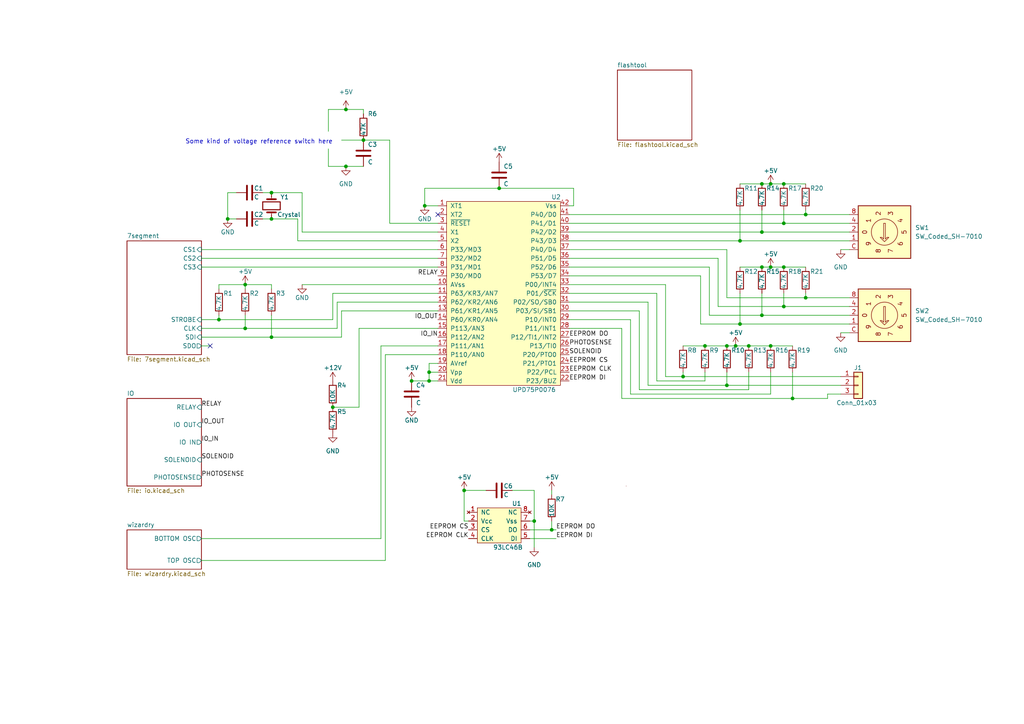
<source format=kicad_sch>
(kicad_sch (version 20211123) (generator eeschema)

  (uuid 22067f2e-3cff-42e7-9b72-b7f9ac09013f)

  (paper "A4")

  (lib_symbols
    (symbol "Connector_Generic:Conn_01x03" (pin_names (offset 1.016) hide) (in_bom yes) (on_board yes)
      (property "Reference" "J" (id 0) (at 0 5.08 0)
        (effects (font (size 1.27 1.27)))
      )
      (property "Value" "Conn_01x03" (id 1) (at 0 -5.08 0)
        (effects (font (size 1.27 1.27)))
      )
      (property "Footprint" "" (id 2) (at 0 0 0)
        (effects (font (size 1.27 1.27)) hide)
      )
      (property "Datasheet" "~" (id 3) (at 0 0 0)
        (effects (font (size 1.27 1.27)) hide)
      )
      (property "ki_keywords" "connector" (id 4) (at 0 0 0)
        (effects (font (size 1.27 1.27)) hide)
      )
      (property "ki_description" "Generic connector, single row, 01x03, script generated (kicad-library-utils/schlib/autogen/connector/)" (id 5) (at 0 0 0)
        (effects (font (size 1.27 1.27)) hide)
      )
      (property "ki_fp_filters" "Connector*:*_1x??_*" (id 6) (at 0 0 0)
        (effects (font (size 1.27 1.27)) hide)
      )
      (symbol "Conn_01x03_1_1"
        (rectangle (start -1.27 -2.413) (end 0 -2.667)
          (stroke (width 0.1524) (type default) (color 0 0 0 0))
          (fill (type none))
        )
        (rectangle (start -1.27 0.127) (end 0 -0.127)
          (stroke (width 0.1524) (type default) (color 0 0 0 0))
          (fill (type none))
        )
        (rectangle (start -1.27 2.667) (end 0 2.413)
          (stroke (width 0.1524) (type default) (color 0 0 0 0))
          (fill (type none))
        )
        (rectangle (start -1.27 3.81) (end 1.27 -3.81)
          (stroke (width 0.254) (type default) (color 0 0 0 0))
          (fill (type background))
        )
        (pin passive line (at -5.08 2.54 0) (length 3.81)
          (name "Pin_1" (effects (font (size 1.27 1.27))))
          (number "1" (effects (font (size 1.27 1.27))))
        )
        (pin passive line (at -5.08 0 0) (length 3.81)
          (name "Pin_2" (effects (font (size 1.27 1.27))))
          (number "2" (effects (font (size 1.27 1.27))))
        )
        (pin passive line (at -5.08 -2.54 0) (length 3.81)
          (name "Pin_3" (effects (font (size 1.27 1.27))))
          (number "3" (effects (font (size 1.27 1.27))))
        )
      )
    )
    (symbol "Device:C" (pin_numbers hide) (pin_names (offset 0.254)) (in_bom yes) (on_board yes)
      (property "Reference" "C" (id 0) (at 0.635 2.54 0)
        (effects (font (size 1.27 1.27)) (justify left))
      )
      (property "Value" "C" (id 1) (at 0.635 -2.54 0)
        (effects (font (size 1.27 1.27)) (justify left))
      )
      (property "Footprint" "" (id 2) (at 0.9652 -3.81 0)
        (effects (font (size 1.27 1.27)) hide)
      )
      (property "Datasheet" "~" (id 3) (at 0 0 0)
        (effects (font (size 1.27 1.27)) hide)
      )
      (property "ki_keywords" "cap capacitor" (id 4) (at 0 0 0)
        (effects (font (size 1.27 1.27)) hide)
      )
      (property "ki_description" "Unpolarized capacitor" (id 5) (at 0 0 0)
        (effects (font (size 1.27 1.27)) hide)
      )
      (property "ki_fp_filters" "C_*" (id 6) (at 0 0 0)
        (effects (font (size 1.27 1.27)) hide)
      )
      (symbol "C_0_1"
        (polyline
          (pts
            (xy -2.032 -0.762)
            (xy 2.032 -0.762)
          )
          (stroke (width 0.508) (type default) (color 0 0 0 0))
          (fill (type none))
        )
        (polyline
          (pts
            (xy -2.032 0.762)
            (xy 2.032 0.762)
          )
          (stroke (width 0.508) (type default) (color 0 0 0 0))
          (fill (type none))
        )
      )
      (symbol "C_1_1"
        (pin passive line (at 0 3.81 270) (length 2.794)
          (name "~" (effects (font (size 1.27 1.27))))
          (number "1" (effects (font (size 1.27 1.27))))
        )
        (pin passive line (at 0 -3.81 90) (length 2.794)
          (name "~" (effects (font (size 1.27 1.27))))
          (number "2" (effects (font (size 1.27 1.27))))
        )
      )
    )
    (symbol "Device:Crystal" (pin_numbers hide) (pin_names (offset 1.016) hide) (in_bom yes) (on_board yes)
      (property "Reference" "Y" (id 0) (at 0 3.81 0)
        (effects (font (size 1.27 1.27)))
      )
      (property "Value" "Crystal" (id 1) (at 0 -3.81 0)
        (effects (font (size 1.27 1.27)))
      )
      (property "Footprint" "" (id 2) (at 0 0 0)
        (effects (font (size 1.27 1.27)) hide)
      )
      (property "Datasheet" "~" (id 3) (at 0 0 0)
        (effects (font (size 1.27 1.27)) hide)
      )
      (property "ki_keywords" "quartz ceramic resonator oscillator" (id 4) (at 0 0 0)
        (effects (font (size 1.27 1.27)) hide)
      )
      (property "ki_description" "Two pin crystal" (id 5) (at 0 0 0)
        (effects (font (size 1.27 1.27)) hide)
      )
      (property "ki_fp_filters" "Crystal*" (id 6) (at 0 0 0)
        (effects (font (size 1.27 1.27)) hide)
      )
      (symbol "Crystal_0_1"
        (rectangle (start -1.143 2.54) (end 1.143 -2.54)
          (stroke (width 0.3048) (type default) (color 0 0 0 0))
          (fill (type none))
        )
        (polyline
          (pts
            (xy -2.54 0)
            (xy -1.905 0)
          )
          (stroke (width 0) (type default) (color 0 0 0 0))
          (fill (type none))
        )
        (polyline
          (pts
            (xy -1.905 -1.27)
            (xy -1.905 1.27)
          )
          (stroke (width 0.508) (type default) (color 0 0 0 0))
          (fill (type none))
        )
        (polyline
          (pts
            (xy 1.905 -1.27)
            (xy 1.905 1.27)
          )
          (stroke (width 0.508) (type default) (color 0 0 0 0))
          (fill (type none))
        )
        (polyline
          (pts
            (xy 2.54 0)
            (xy 1.905 0)
          )
          (stroke (width 0) (type default) (color 0 0 0 0))
          (fill (type none))
        )
      )
      (symbol "Crystal_1_1"
        (pin passive line (at -3.81 0 0) (length 1.27)
          (name "1" (effects (font (size 1.27 1.27))))
          (number "1" (effects (font (size 1.27 1.27))))
        )
        (pin passive line (at 3.81 0 180) (length 1.27)
          (name "2" (effects (font (size 1.27 1.27))))
          (number "2" (effects (font (size 1.27 1.27))))
        )
      )
    )
    (symbol "Device:R" (pin_numbers hide) (pin_names (offset 0)) (in_bom yes) (on_board yes)
      (property "Reference" "R" (id 0) (at 2.032 0 90)
        (effects (font (size 1.27 1.27)))
      )
      (property "Value" "R" (id 1) (at 0 0 90)
        (effects (font (size 1.27 1.27)))
      )
      (property "Footprint" "" (id 2) (at -1.778 0 90)
        (effects (font (size 1.27 1.27)) hide)
      )
      (property "Datasheet" "~" (id 3) (at 0 0 0)
        (effects (font (size 1.27 1.27)) hide)
      )
      (property "ki_keywords" "R res resistor" (id 4) (at 0 0 0)
        (effects (font (size 1.27 1.27)) hide)
      )
      (property "ki_description" "Resistor" (id 5) (at 0 0 0)
        (effects (font (size 1.27 1.27)) hide)
      )
      (property "ki_fp_filters" "R_*" (id 6) (at 0 0 0)
        (effects (font (size 1.27 1.27)) hide)
      )
      (symbol "R_0_1"
        (rectangle (start -1.016 -2.54) (end 1.016 2.54)
          (stroke (width 0.254) (type default) (color 0 0 0 0))
          (fill (type none))
        )
      )
      (symbol "R_1_1"
        (pin passive line (at 0 3.81 270) (length 1.27)
          (name "~" (effects (font (size 1.27 1.27))))
          (number "1" (effects (font (size 1.27 1.27))))
        )
        (pin passive line (at 0 -3.81 90) (length 1.27)
          (name "~" (effects (font (size 1.27 1.27))))
          (number "2" (effects (font (size 1.27 1.27))))
        )
      )
    )
    (symbol "Switch:SW_Coded_SH-7010" (pin_names hide) (in_bom yes) (on_board yes)
      (property "Reference" "SW" (id 0) (at -7.62 8.89 0)
        (effects (font (size 1.27 1.27)) (justify left))
      )
      (property "Value" "SW_Coded_SH-7010" (id 1) (at -7.62 -8.89 0)
        (effects (font (size 1.27 1.27)) (justify left))
      )
      (property "Footprint" "" (id 2) (at -7.62 -11.43 0)
        (effects (font (size 1.27 1.27)) (justify left) hide)
      )
      (property "Datasheet" "https://www.nidec-copal-electronics.com/e/catalog/switch/sh-7000.pdf" (id 3) (at 0 0 0)
        (effects (font (size 1.27 1.27)) hide)
      )
      (property "ki_keywords" "rotary bcd Real" (id 4) (at 0 0 0)
        (effects (font (size 1.27 1.27)) hide)
      )
      (property "ki_description" "Rotary switch, 4-bit encoding, 10 positions, Real code" (id 5) (at 0 0 0)
        (effects (font (size 1.27 1.27)) hide)
      )
      (property "ki_fp_filters" "Nidec*Copal*SH*7010*" (id 6) (at 0 0 0)
        (effects (font (size 1.27 1.27)) hide)
      )
      (symbol "SW_Coded_SH-7010_0_0"
        (text "0" (at 5.715 0 2700)
          (effects (font (size 1.27 1.27)))
        )
        (text "1" (at 4.6228 -3.3528 2340)
          (effects (font (size 1.27 1.27)))
        )
        (text "2" (at 1.778 -5.4356 1980)
          (effects (font (size 1.27 1.27)))
        )
        (text "3" (at -1.778 -5.4356 1620)
          (effects (font (size 1.27 1.27)))
        )
        (text "4" (at -4.6228 -3.3528 1260)
          (effects (font (size 1.27 1.27)))
        )
        (text "5" (at -5.715 0 900)
          (effects (font (size 1.27 1.27)))
        )
        (text "6" (at -4.6228 3.3528 540)
          (effects (font (size 1.27 1.27)))
        )
        (text "7" (at -1.778 5.4356 180)
          (effects (font (size 1.27 1.27)))
        )
        (text "8" (at 1.778 5.4356 3420)
          (effects (font (size 1.27 1.27)))
        )
        (text "9" (at 4.6228 3.3528 3060)
          (effects (font (size 1.27 1.27)))
        )
      )
      (symbol "SW_Coded_SH-7010_0_1"
        (polyline
          (pts
            (xy -0.254 -2.54)
            (xy -0.254 2.032)
            (xy -0.762 1.524)
            (xy -1.27 1.524)
            (xy 0 2.794)
            (xy 1.27 1.524)
            (xy 0.762 1.524)
            (xy 0.254 2.032)
            (xy 0.254 -2.54)
            (xy -0.254 -2.54)
            (xy -0.254 -2.54)
          )
          (stroke (width 0) (type default) (color 0 0 0 0))
          (fill (type none))
        )
        (circle (center 0 0) (radius 3.81)
          (stroke (width 0) (type default) (color 0 0 0 0))
          (fill (type none))
        )
        (rectangle (start 7.62 7.62) (end -7.62 -7.62)
          (stroke (width 0.254) (type default) (color 0 0 0 0))
          (fill (type background))
        )
      )
      (symbol "SW_Coded_SH-7010_1_1"
        (pin passive line (at 10.16 2.54 180) (length 2.54)
          (name "1" (effects (font (size 1.27 1.27))))
          (number "1" (effects (font (size 1.27 1.27))))
        )
        (pin passive line (at 10.16 0 180) (length 2.54)
          (name "2" (effects (font (size 1.27 1.27))))
          (number "2" (effects (font (size 1.27 1.27))))
        )
        (pin passive line (at 10.16 -2.54 180) (length 2.54)
          (name "4" (effects (font (size 1.27 1.27))))
          (number "4" (effects (font (size 1.27 1.27))))
        )
        (pin passive line (at 10.16 -5.08 180) (length 2.54)
          (name "8" (effects (font (size 1.27 1.27))))
          (number "8" (effects (font (size 1.27 1.27))))
        )
        (pin passive line (at 10.16 5.08 180) (length 2.54)
          (name "C" (effects (font (size 1.27 1.27))))
          (number "C" (effects (font (size 1.27 1.27))))
        )
      )
    )
    (symbol "power:+12V" (power) (pin_names (offset 0)) (in_bom yes) (on_board yes)
      (property "Reference" "#PWR" (id 0) (at 0 -3.81 0)
        (effects (font (size 1.27 1.27)) hide)
      )
      (property "Value" "+12V" (id 1) (at 0 3.556 0)
        (effects (font (size 1.27 1.27)))
      )
      (property "Footprint" "" (id 2) (at 0 0 0)
        (effects (font (size 1.27 1.27)) hide)
      )
      (property "Datasheet" "" (id 3) (at 0 0 0)
        (effects (font (size 1.27 1.27)) hide)
      )
      (property "ki_keywords" "power-flag" (id 4) (at 0 0 0)
        (effects (font (size 1.27 1.27)) hide)
      )
      (property "ki_description" "Power symbol creates a global label with name \"+12V\"" (id 5) (at 0 0 0)
        (effects (font (size 1.27 1.27)) hide)
      )
      (symbol "+12V_0_1"
        (polyline
          (pts
            (xy -0.762 1.27)
            (xy 0 2.54)
          )
          (stroke (width 0) (type default) (color 0 0 0 0))
          (fill (type none))
        )
        (polyline
          (pts
            (xy 0 0)
            (xy 0 2.54)
          )
          (stroke (width 0) (type default) (color 0 0 0 0))
          (fill (type none))
        )
        (polyline
          (pts
            (xy 0 2.54)
            (xy 0.762 1.27)
          )
          (stroke (width 0) (type default) (color 0 0 0 0))
          (fill (type none))
        )
      )
      (symbol "+12V_1_1"
        (pin power_in line (at 0 0 90) (length 0) hide
          (name "+12V" (effects (font (size 1.27 1.27))))
          (number "1" (effects (font (size 1.27 1.27))))
        )
      )
    )
    (symbol "power:+5V" (power) (pin_names (offset 0)) (in_bom yes) (on_board yes)
      (property "Reference" "#PWR" (id 0) (at 0 -3.81 0)
        (effects (font (size 1.27 1.27)) hide)
      )
      (property "Value" "+5V" (id 1) (at 0 3.556 0)
        (effects (font (size 1.27 1.27)))
      )
      (property "Footprint" "" (id 2) (at 0 0 0)
        (effects (font (size 1.27 1.27)) hide)
      )
      (property "Datasheet" "" (id 3) (at 0 0 0)
        (effects (font (size 1.27 1.27)) hide)
      )
      (property "ki_keywords" "power-flag" (id 4) (at 0 0 0)
        (effects (font (size 1.27 1.27)) hide)
      )
      (property "ki_description" "Power symbol creates a global label with name \"+5V\"" (id 5) (at 0 0 0)
        (effects (font (size 1.27 1.27)) hide)
      )
      (symbol "+5V_0_1"
        (polyline
          (pts
            (xy -0.762 1.27)
            (xy 0 2.54)
          )
          (stroke (width 0) (type default) (color 0 0 0 0))
          (fill (type none))
        )
        (polyline
          (pts
            (xy 0 0)
            (xy 0 2.54)
          )
          (stroke (width 0) (type default) (color 0 0 0 0))
          (fill (type none))
        )
        (polyline
          (pts
            (xy 0 2.54)
            (xy 0.762 1.27)
          )
          (stroke (width 0) (type default) (color 0 0 0 0))
          (fill (type none))
        )
      )
      (symbol "+5V_1_1"
        (pin power_in line (at 0 0 90) (length 0) hide
          (name "+5V" (effects (font (size 1.27 1.27))))
          (number "1" (effects (font (size 1.27 1.27))))
        )
      )
    )
    (symbol "power:GND" (power) (pin_names (offset 0)) (in_bom yes) (on_board yes)
      (property "Reference" "#PWR" (id 0) (at 0 -6.35 0)
        (effects (font (size 1.27 1.27)) hide)
      )
      (property "Value" "GND" (id 1) (at 0 -3.81 0)
        (effects (font (size 1.27 1.27)))
      )
      (property "Footprint" "" (id 2) (at 0 0 0)
        (effects (font (size 1.27 1.27)) hide)
      )
      (property "Datasheet" "" (id 3) (at 0 0 0)
        (effects (font (size 1.27 1.27)) hide)
      )
      (property "ki_keywords" "power-flag" (id 4) (at 0 0 0)
        (effects (font (size 1.27 1.27)) hide)
      )
      (property "ki_description" "Power symbol creates a global label with name \"GND\" , ground" (id 5) (at 0 0 0)
        (effects (font (size 1.27 1.27)) hide)
      )
      (symbol "GND_0_1"
        (polyline
          (pts
            (xy 0 0)
            (xy 0 -1.27)
            (xy 1.27 -1.27)
            (xy 0 -2.54)
            (xy -1.27 -1.27)
            (xy 0 -1.27)
          )
          (stroke (width 0) (type default) (color 0 0 0 0))
          (fill (type none))
        )
      )
      (symbol "GND_1_1"
        (pin power_in line (at 0 0 270) (length 0) hide
          (name "GND" (effects (font (size 1.27 1.27))))
          (number "1" (effects (font (size 1.27 1.27))))
        )
      )
    )
    (symbol "symbols:93LC46B" (pin_names (offset 1.02)) (in_bom yes) (on_board yes)
      (property "Reference" "U" (id 0) (at 5.08 6.35 0)
        (effects (font (size 1.27 1.27)))
      )
      (property "Value" "93LC46B" (id 1) (at 2.54 -6.35 0)
        (effects (font (size 1.27 1.27)))
      )
      (property "Footprint" "" (id 2) (at 0 0 0)
        (effects (font (size 1.27 1.27)) hide)
      )
      (property "Datasheet" "" (id 3) (at 0 0 0)
        (effects (font (size 1.27 1.27)) hide)
      )
      (symbol "93LC46B_0_1"
        (rectangle (start -6.35 5.08) (end 6.35 -5.08)
          (stroke (width 0) (type default) (color 0 0 0 0))
          (fill (type background))
        )
        (rectangle (start 36.83 11.43) (end 36.83 11.43)
          (stroke (width 0) (type default) (color 0 0 0 0))
          (fill (type none))
        )
      )
      (symbol "93LC46B_1_1"
        (pin no_connect line (at -8.89 3.81 0) (length 2.54)
          (name "NC" (effects (font (size 1.27 1.27))))
          (number "1" (effects (font (size 1.27 1.27))))
        )
        (pin input line (at -8.89 1.27 0) (length 2.54)
          (name "Vcc" (effects (font (size 1.27 1.27))))
          (number "2" (effects (font (size 1.27 1.27))))
        )
        (pin input line (at -8.89 -1.27 0) (length 2.54)
          (name "CS" (effects (font (size 1.27 1.27))))
          (number "3" (effects (font (size 1.27 1.27))))
        )
        (pin input line (at -8.89 -3.81 0) (length 2.54)
          (name "CLK" (effects (font (size 1.27 1.27))))
          (number "4" (effects (font (size 1.27 1.27))))
        )
        (pin input line (at 8.89 -3.81 180) (length 2.54)
          (name "DI" (effects (font (size 1.27 1.27))))
          (number "5" (effects (font (size 1.27 1.27))))
        )
        (pin output line (at 8.89 -1.27 180) (length 2.54)
          (name "DO" (effects (font (size 1.27 1.27))))
          (number "6" (effects (font (size 1.27 1.27))))
        )
        (pin input line (at 8.89 1.27 180) (length 2.54)
          (name "Vss" (effects (font (size 1.27 1.27))))
          (number "7" (effects (font (size 1.27 1.27))))
        )
        (pin no_connect line (at 8.89 3.81 180) (length 2.54)
          (name "NC" (effects (font (size 1.27 1.27))))
          (number "8" (effects (font (size 1.27 1.27))))
        )
      )
    )
    (symbol "symbols:UPD75P0076" (pin_names (offset 1.04)) (in_bom yes) (on_board yes)
      (property "Reference" "U" (id 0) (at 15.24 27.94 0)
        (effects (font (size 1.27 1.27)))
      )
      (property "Value" "UPD75P0076" (id 1) (at 10.16 -27.94 0)
        (effects (font (size 1.27 1.27)))
      )
      (property "Footprint" "" (id 2) (at -2.54 27.94 0)
        (effects (font (size 1.27 1.27)) hide)
      )
      (property "Datasheet" "" (id 3) (at -2.54 27.94 0)
        (effects (font (size 1.27 1.27)) hide)
      )
      (symbol "UPD75P0076_0_1"
        (rectangle (start -16.51 26.67) (end 16.51 -26.67)
          (stroke (width 0) (type default) (color 0 0 0 0))
          (fill (type background))
        )
      )
      (symbol "UPD75P0076_1_1"
        (pin input line (at -19.05 25.4 0) (length 2.54)
          (name "XT1" (effects (font (size 1.27 1.27))))
          (number "1" (effects (font (size 1.27 1.27))))
        )
        (pin input line (at -19.05 2.54 0) (length 2.54)
          (name "AVss" (effects (font (size 1.27 1.27))))
          (number "10" (effects (font (size 1.27 1.27))))
        )
        (pin bidirectional line (at -19.05 0 0) (length 2.54)
          (name "P63/KR3/AN7" (effects (font (size 1.27 1.27))))
          (number "11" (effects (font (size 1.27 1.27))))
        )
        (pin bidirectional line (at -19.05 -2.54 0) (length 2.54)
          (name "P62/KR2/AN6" (effects (font (size 1.27 1.27))))
          (number "12" (effects (font (size 1.27 1.27))))
        )
        (pin bidirectional line (at -19.05 -5.08 0) (length 2.54)
          (name "P61/KR1/AN5" (effects (font (size 1.27 1.27))))
          (number "13" (effects (font (size 1.27 1.27))))
        )
        (pin bidirectional line (at -19.05 -7.62 0) (length 2.54)
          (name "P60/KR0/AN4" (effects (font (size 1.27 1.27))))
          (number "14" (effects (font (size 1.27 1.27))))
        )
        (pin input line (at -19.05 -10.16 0) (length 2.54)
          (name "P113/AN3" (effects (font (size 1.27 1.27))))
          (number "15" (effects (font (size 1.27 1.27))))
        )
        (pin input line (at -19.05 -12.7 0) (length 2.54)
          (name "P112/AN2" (effects (font (size 1.27 1.27))))
          (number "16" (effects (font (size 1.27 1.27))))
        )
        (pin input line (at -19.05 -15.24 0) (length 2.54)
          (name "P111/AN1" (effects (font (size 1.27 1.27))))
          (number "17" (effects (font (size 1.27 1.27))))
        )
        (pin input line (at -19.05 -17.78 0) (length 2.54)
          (name "P110/AN0" (effects (font (size 1.27 1.27))))
          (number "18" (effects (font (size 1.27 1.27))))
        )
        (pin input line (at -19.05 -20.32 0) (length 2.54)
          (name "AVref" (effects (font (size 1.27 1.27))))
          (number "19" (effects (font (size 1.27 1.27))))
        )
        (pin unspecified line (at -19.05 22.86 0) (length 2.54)
          (name "XT2" (effects (font (size 1.27 1.27))))
          (number "2" (effects (font (size 1.27 1.27))))
        )
        (pin input line (at -19.05 -22.86 0) (length 2.54)
          (name "Vpp" (effects (font (size 1.27 1.27))))
          (number "20" (effects (font (size 1.27 1.27))))
        )
        (pin input line (at -19.05 -25.4 0) (length 2.54)
          (name "Vdd" (effects (font (size 1.27 1.27))))
          (number "21" (effects (font (size 1.27 1.27))))
        )
        (pin bidirectional line (at 19.05 -25.4 180) (length 2.54)
          (name "P23/BUZ" (effects (font (size 1.27 1.27))))
          (number "22" (effects (font (size 1.27 1.27))))
        )
        (pin bidirectional line (at 19.05 -22.86 180) (length 2.54)
          (name "P22/PCL" (effects (font (size 1.27 1.27))))
          (number "23" (effects (font (size 1.27 1.27))))
        )
        (pin bidirectional line (at 19.05 -20.32 180) (length 2.54)
          (name "P21/PTO1" (effects (font (size 1.27 1.27))))
          (number "24" (effects (font (size 1.27 1.27))))
        )
        (pin bidirectional line (at 19.05 -17.78 180) (length 2.54)
          (name "P20/PTO0" (effects (font (size 1.27 1.27))))
          (number "25" (effects (font (size 1.27 1.27))))
        )
        (pin bidirectional line (at 19.05 -15.24 180) (length 2.54)
          (name "P13/TI0" (effects (font (size 1.27 1.27))))
          (number "26" (effects (font (size 1.27 1.27))))
        )
        (pin bidirectional line (at 19.05 -12.7 180) (length 2.54)
          (name "P12/TI1/INT2" (effects (font (size 1.27 1.27))))
          (number "27" (effects (font (size 1.27 1.27))))
        )
        (pin bidirectional line (at 19.05 -10.16 180) (length 2.54)
          (name "P11/INT1" (effects (font (size 1.27 1.27))))
          (number "28" (effects (font (size 1.27 1.27))))
        )
        (pin bidirectional line (at 19.05 -7.62 180) (length 2.54)
          (name "P10/INT0" (effects (font (size 1.27 1.27))))
          (number "29" (effects (font (size 1.27 1.27))))
        )
        (pin input line (at -19.05 20.32 0) (length 2.54)
          (name "~{RESET}" (effects (font (size 1.27 1.27))))
          (number "3" (effects (font (size 1.27 1.27))))
        )
        (pin bidirectional line (at 19.05 -5.08 180) (length 2.54)
          (name "P03/SI/SB1" (effects (font (size 1.27 1.27))))
          (number "30" (effects (font (size 1.27 1.27))))
        )
        (pin bidirectional line (at 19.05 -2.54 180) (length 2.54)
          (name "P02/SO/SB0" (effects (font (size 1.27 1.27))))
          (number "31" (effects (font (size 1.27 1.27))))
        )
        (pin bidirectional line (at 19.05 0 180) (length 2.54)
          (name "P01/~{SCK}" (effects (font (size 1.27 1.27))))
          (number "32" (effects (font (size 1.27 1.27))))
        )
        (pin bidirectional line (at 19.05 2.54 180) (length 2.54)
          (name "P00/INT4" (effects (font (size 1.27 1.27))))
          (number "33" (effects (font (size 1.27 1.27))))
        )
        (pin bidirectional line (at 19.05 5.08 180) (length 2.54)
          (name "P53/D7" (effects (font (size 1.27 1.27))))
          (number "34" (effects (font (size 1.27 1.27))))
        )
        (pin bidirectional line (at 19.05 7.62 180) (length 2.54)
          (name "P52/D6" (effects (font (size 1.27 1.27))))
          (number "35" (effects (font (size 1.27 1.27))))
        )
        (pin bidirectional line (at 19.05 10.16 180) (length 2.54)
          (name "P51/D5" (effects (font (size 1.27 1.27))))
          (number "36" (effects (font (size 1.27 1.27))))
        )
        (pin bidirectional line (at 19.05 12.7 180) (length 2.54)
          (name "P40/D4" (effects (font (size 1.27 1.27))))
          (number "37" (effects (font (size 1.27 1.27))))
        )
        (pin bidirectional line (at 19.05 15.24 180) (length 2.54)
          (name "P43/D3" (effects (font (size 1.27 1.27))))
          (number "38" (effects (font (size 1.27 1.27))))
        )
        (pin bidirectional line (at 19.05 17.78 180) (length 2.54)
          (name "P42/D2" (effects (font (size 1.27 1.27))))
          (number "39" (effects (font (size 1.27 1.27))))
        )
        (pin input line (at -19.05 17.78 0) (length 2.54)
          (name "X1" (effects (font (size 1.27 1.27))))
          (number "4" (effects (font (size 1.27 1.27))))
        )
        (pin bidirectional line (at 19.05 20.32 180) (length 2.54)
          (name "P41/D1" (effects (font (size 1.27 1.27))))
          (number "40" (effects (font (size 1.27 1.27))))
        )
        (pin bidirectional line (at 19.05 22.86 180) (length 2.54)
          (name "P40/D0" (effects (font (size 1.27 1.27))))
          (number "41" (effects (font (size 1.27 1.27))))
        )
        (pin input line (at 19.05 25.4 180) (length 2.54)
          (name "Vss" (effects (font (size 1.27 1.27))))
          (number "42" (effects (font (size 1.27 1.27))))
        )
        (pin input line (at -19.05 15.24 0) (length 2.54)
          (name "X2" (effects (font (size 1.27 1.27))))
          (number "5" (effects (font (size 1.27 1.27))))
        )
        (pin bidirectional line (at -19.05 12.7 0) (length 2.54)
          (name "P33/MD3" (effects (font (size 1.27 1.27))))
          (number "6" (effects (font (size 1.27 1.27))))
        )
        (pin bidirectional line (at -19.05 10.16 0) (length 2.54)
          (name "P32/MD2" (effects (font (size 1.27 1.27))))
          (number "7" (effects (font (size 1.27 1.27))))
        )
        (pin bidirectional line (at -19.05 7.62 0) (length 2.54)
          (name "P31/MD1" (effects (font (size 1.27 1.27))))
          (number "8" (effects (font (size 1.27 1.27))))
        )
        (pin bidirectional line (at -19.05 5.08 0) (length 2.54)
          (name "P30/MD0" (effects (font (size 1.27 1.27))))
          (number "9" (effects (font (size 1.27 1.27))))
        )
      )
    )
  )

  (junction (at 223.52 53.34) (diameter 0) (color 0 0 0 0)
    (uuid 0330da47-f417-41e3-94d4-d67dd1895688)
  )
  (junction (at 214.63 69.85) (diameter 0) (color 0 0 0 0)
    (uuid 0448c137-87bb-43f3-b4a6-c687938f63ef)
  )
  (junction (at 160.02 153.67) (diameter 0) (color 0 0 0 0)
    (uuid 0ba1303d-872a-4278-ab03-ca1a5086f664)
  )
  (junction (at 78.74 55.88) (diameter 0) (color 0 0 0 0)
    (uuid 0dec7c6e-205e-47c8-8334-253ae8ff8920)
  )
  (junction (at 154.94 151.13) (diameter 0) (color 0 0 0 0)
    (uuid 0dfca983-8815-4c3d-ad28-0a97478ff578)
  )
  (junction (at 78.74 97.79) (diameter 0) (color 0 0 0 0)
    (uuid 17aa9d77-4964-4591-b2f5-7dd60e004749)
  )
  (junction (at 100.33 48.26) (diameter 0) (color 0 0 0 0)
    (uuid 23e55283-c69f-45d9-9bb3-52f4f8808e6f)
  )
  (junction (at 233.68 86.36) (diameter 0) (color 0 0 0 0)
    (uuid 24da82f4-9e08-4fe4-b133-452325a906bb)
  )
  (junction (at 210.82 100.33) (diameter 0) (color 0 0 0 0)
    (uuid 254b9011-008b-4646-b1ed-30087259529b)
  )
  (junction (at 227.33 77.47) (diameter 0) (color 0 0 0 0)
    (uuid 29dcebb1-ba9f-4ca8-a329-dfde9f57d74f)
  )
  (junction (at 223.52 77.47) (diameter 0) (color 0 0 0 0)
    (uuid 2d17bb38-9de8-4f72-8739-b33e97237e77)
  )
  (junction (at 210.82 111.76) (diameter 0) (color 0 0 0 0)
    (uuid 3a48e108-e0ce-45e8-b68c-df6d616191df)
  )
  (junction (at 223.52 100.33) (diameter 0) (color 0 0 0 0)
    (uuid 47829ded-bfa8-4ba4-8adf-f62dd643b9a4)
  )
  (junction (at 220.98 77.47) (diameter 0) (color 0 0 0 0)
    (uuid 48ae9d3a-8d49-430a-ad18-3425c49a1684)
  )
  (junction (at 198.12 109.22) (diameter 0) (color 0 0 0 0)
    (uuid 65bd73e8-e665-47a3-a01b-ba8658f63407)
  )
  (junction (at 204.47 100.33) (diameter 0) (color 0 0 0 0)
    (uuid 6c403e0c-d8a6-492d-8f06-5dfaf1595ef6)
  )
  (junction (at 227.33 53.34) (diameter 0) (color 0 0 0 0)
    (uuid 711a2141-7d92-4572-940f-a13badac4626)
  )
  (junction (at 71.12 82.55) (diameter 0) (color 0 0 0 0)
    (uuid 759e8178-c96f-4239-85dc-55838aed4161)
  )
  (junction (at 144.78 54.61) (diameter 0) (color 0 0 0 0)
    (uuid 77353625-6d76-4683-92a7-585bdce8c478)
  )
  (junction (at 227.33 88.9) (diameter 0) (color 0 0 0 0)
    (uuid 776a8424-a8b0-4dde-a3f7-156a2f5c2b6f)
  )
  (junction (at 100.33 31.75) (diameter 0) (color 0 0 0 0)
    (uuid 784db991-908a-432b-b849-a9157b265f16)
  )
  (junction (at 220.98 53.34) (diameter 0) (color 0 0 0 0)
    (uuid 7c69d68d-1f09-457a-8976-9d4d78ca0f9b)
  )
  (junction (at 63.5 92.71) (diameter 0) (color 0 0 0 0)
    (uuid 7c6dfc18-d87a-4111-89be-4c6aa7519ce6)
  )
  (junction (at 124.46 110.49) (diameter 0) (color 0 0 0 0)
    (uuid 82eaab57-c9ed-4f69-a54d-ceff6d530dbf)
  )
  (junction (at 134.62 142.24) (diameter 0) (color 0 0 0 0)
    (uuid 845d04dc-0570-4011-a543-bc7700818f42)
  )
  (junction (at 96.52 118.11) (diameter 0) (color 0 0 0 0)
    (uuid 88e66e02-8bde-41da-a00a-c7b12489ae6d)
  )
  (junction (at 217.17 100.33) (diameter 0) (color 0 0 0 0)
    (uuid 961df50c-e8cc-4ea2-99f9-f28f8d73e1ab)
  )
  (junction (at 66.04 63.5) (diameter 0) (color 0 0 0 0)
    (uuid 9d44e9b4-43c0-4f2d-a421-f75c1ca52462)
  )
  (junction (at 214.63 93.98) (diameter 0) (color 0 0 0 0)
    (uuid a8baf0c0-d676-466b-98aa-f487f4102695)
  )
  (junction (at 233.68 62.23) (diameter 0) (color 0 0 0 0)
    (uuid b92a082c-2896-4798-b1eb-9372b95c8c33)
  )
  (junction (at 105.41 40.64) (diameter 0) (color 0 0 0 0)
    (uuid bb1c21d6-135b-4e12-832d-64039650c494)
  )
  (junction (at 124.46 107.95) (diameter 0) (color 0 0 0 0)
    (uuid bf9fcae2-a326-45c9-81c3-cdc5c2d05af3)
  )
  (junction (at 227.33 64.77) (diameter 0) (color 0 0 0 0)
    (uuid c0a6eab3-3c53-49d1-b29e-673110fdf113)
  )
  (junction (at 71.12 95.25) (diameter 0) (color 0 0 0 0)
    (uuid cc7eb6c7-7879-4d0f-84ea-37a7e78132b5)
  )
  (junction (at 78.74 63.5) (diameter 0) (color 0 0 0 0)
    (uuid dc967a61-6211-4d65-ae08-aa10701be911)
  )
  (junction (at 213.36 100.33) (diameter 0) (color 0 0 0 0)
    (uuid de89df27-646d-400a-9577-48ea4bd5c8cd)
  )
  (junction (at 220.98 91.44) (diameter 0) (color 0 0 0 0)
    (uuid de9b30f7-5871-471a-99db-4ddbf7ebf868)
  )
  (junction (at 123.19 59.69) (diameter 0) (color 0 0 0 0)
    (uuid f25369fc-cd87-49f6-aca9-a32d711bebf1)
  )
  (junction (at 119.38 110.49) (diameter 0) (color 0 0 0 0)
    (uuid f3376cef-dd30-4fd5-8095-37cdb5371e5a)
  )
  (junction (at 229.87 115.57) (diameter 0) (color 0 0 0 0)
    (uuid f6ea4a96-ef5f-43fd-a8fb-ed17cbff45aa)
  )
  (junction (at 220.98 67.31) (diameter 0) (color 0 0 0 0)
    (uuid fa0480af-c8bd-4d99-80a4-5a6c41d4abfa)
  )

  (no_connect (at 127 62.23) (uuid 02862e69-df18-4401-b8ca-fb58042213a6))
  (no_connect (at 60.96 100.33) (uuid 7dad75c7-d8f1-4187-bb56-49b6c2bc28ef))

  (wire (pts (xy 180.34 115.57) (xy 229.87 115.57))
    (stroke (width 0) (type default) (color 0 0 0 0))
    (uuid 0282340a-e42b-4758-8e83-31ed814dde29)
  )
  (wire (pts (xy 104.14 95.25) (xy 104.14 118.11))
    (stroke (width 0) (type default) (color 0 0 0 0))
    (uuid 05826bac-ed7c-47ea-aad8-164b62a34731)
  )
  (wire (pts (xy 227.33 77.47) (xy 233.68 77.47))
    (stroke (width 0) (type default) (color 0 0 0 0))
    (uuid 0741a83f-b6b4-4163-8ef5-e56a5b3909af)
  )
  (wire (pts (xy 240.03 115.57) (xy 240.03 114.3))
    (stroke (width 0) (type default) (color 0 0 0 0))
    (uuid 098262a9-9edb-41e1-9813-701751e8f695)
  )
  (wire (pts (xy 110.49 100.33) (xy 110.49 156.21))
    (stroke (width 0) (type default) (color 0 0 0 0))
    (uuid 0d5bb852-feaa-4e3d-b21d-3e91b6312aa5)
  )
  (wire (pts (xy 243.84 72.39) (xy 246.38 72.39))
    (stroke (width 0) (type default) (color 0 0 0 0))
    (uuid 0d95005c-8799-429e-95d8-f8b55bfa0db4)
  )
  (wire (pts (xy 223.52 114.3) (xy 182.88 114.3))
    (stroke (width 0) (type default) (color 0 0 0 0))
    (uuid 0ecb9fff-3fb2-47fa-bbb5-ba1a5a0fc24d)
  )
  (wire (pts (xy 99.06 40.64) (xy 105.41 40.64))
    (stroke (width 0) (type default) (color 0 0 0 0))
    (uuid 0f56377e-a754-42f9-a874-5845dbd4fabc)
  )
  (wire (pts (xy 227.33 53.34) (xy 233.68 53.34))
    (stroke (width 0) (type default) (color 0 0 0 0))
    (uuid 101fdeef-5ce7-4e46-b6b8-3ccb2ff38a30)
  )
  (wire (pts (xy 233.68 60.96) (xy 233.68 62.23))
    (stroke (width 0) (type default) (color 0 0 0 0))
    (uuid 11ce4584-5311-460b-a012-3748e393cfdf)
  )
  (wire (pts (xy 210.82 111.76) (xy 243.84 111.76))
    (stroke (width 0) (type default) (color 0 0 0 0))
    (uuid 127ffa7a-cca7-4023-b198-87ee0044c701)
  )
  (wire (pts (xy 220.98 85.09) (xy 220.98 91.44))
    (stroke (width 0) (type default) (color 0 0 0 0))
    (uuid 13352be8-8b96-438f-8e3e-a572e2e0d319)
  )
  (wire (pts (xy 134.62 151.13) (xy 135.89 151.13))
    (stroke (width 0) (type default) (color 0 0 0 0))
    (uuid 13664552-eef4-4d63-a8bd-025764fec79a)
  )
  (wire (pts (xy 58.42 156.21) (xy 110.49 156.21))
    (stroke (width 0) (type default) (color 0 0 0 0))
    (uuid 14dad16a-71d2-4c1f-b4b7-9c1124785484)
  )
  (wire (pts (xy 127 90.17) (xy 99.06 90.17))
    (stroke (width 0) (type default) (color 0 0 0 0))
    (uuid 1520ef45-fbec-4cac-84e7-d315e29b42ca)
  )
  (wire (pts (xy 180.34 95.25) (xy 180.34 115.57))
    (stroke (width 0) (type default) (color 0 0 0 0))
    (uuid 17827a04-e61f-4529-9fae-1d3552a13e96)
  )
  (wire (pts (xy 160.02 153.67) (xy 161.29 153.67))
    (stroke (width 0) (type default) (color 0 0 0 0))
    (uuid 17d879a3-7d06-4935-9fbd-b91ec1a3f1e1)
  )
  (wire (pts (xy 213.36 100.33) (xy 217.17 100.33))
    (stroke (width 0) (type default) (color 0 0 0 0))
    (uuid 18dcc0bc-5e1e-432e-811b-2c78dd53a2f3)
  )
  (wire (pts (xy 99.06 90.17) (xy 99.06 97.79))
    (stroke (width 0) (type default) (color 0 0 0 0))
    (uuid 1933d7b7-c437-4cc3-881b-36bb0a7a5daa)
  )
  (wire (pts (xy 210.82 86.36) (xy 210.82 72.39))
    (stroke (width 0) (type default) (color 0 0 0 0))
    (uuid 1b9569ef-7be3-4411-934f-c3703b209d58)
  )
  (wire (pts (xy 198.12 109.22) (xy 243.84 109.22))
    (stroke (width 0) (type default) (color 0 0 0 0))
    (uuid 1e4a1e46-abe3-4e5b-8c7a-45977a457eac)
  )
  (wire (pts (xy 127 85.09) (xy 96.52 85.09))
    (stroke (width 0) (type default) (color 0 0 0 0))
    (uuid 1ee0469b-37ff-409d-9ca8-695305082007)
  )
  (wire (pts (xy 95.25 43.18) (xy 95.25 48.26))
    (stroke (width 0) (type default) (color 0 0 0 0))
    (uuid 1fa87043-d6ba-42f7-9b1b-a764385f7801)
  )
  (wire (pts (xy 97.79 87.63) (xy 127 87.63))
    (stroke (width 0) (type default) (color 0 0 0 0))
    (uuid 228cb023-b8b1-4a7d-863e-8c00a37192d1)
  )
  (wire (pts (xy 165.1 85.09) (xy 190.5 85.09))
    (stroke (width 0) (type default) (color 0 0 0 0))
    (uuid 230ba3ec-8e47-4903-956c-07063cb3afbb)
  )
  (wire (pts (xy 220.98 67.31) (xy 246.38 67.31))
    (stroke (width 0) (type default) (color 0 0 0 0))
    (uuid 23d9c408-2b00-4ca8-9aeb-cb307ceb1eb1)
  )
  (wire (pts (xy 214.63 53.34) (xy 220.98 53.34))
    (stroke (width 0) (type default) (color 0 0 0 0))
    (uuid 2ba0cd19-8325-462e-99a1-4f34b39bd634)
  )
  (wire (pts (xy 233.68 85.09) (xy 233.68 86.36))
    (stroke (width 0) (type default) (color 0 0 0 0))
    (uuid 2c717fbe-fecb-43aa-b215-54cf0eeed53f)
  )
  (wire (pts (xy 210.82 111.76) (xy 187.96 111.76))
    (stroke (width 0) (type default) (color 0 0 0 0))
    (uuid 2da8d748-9a8d-4287-9154-67b49ea198a6)
  )
  (wire (pts (xy 223.52 53.34) (xy 227.33 53.34))
    (stroke (width 0) (type default) (color 0 0 0 0))
    (uuid 2e3fe8e3-efe2-4cf8-a5a5-9622f419fa40)
  )
  (wire (pts (xy 66.04 55.88) (xy 68.58 55.88))
    (stroke (width 0) (type default) (color 0 0 0 0))
    (uuid 2e751a70-f1d5-4208-b3a8-80112a1113ce)
  )
  (wire (pts (xy 193.04 109.22) (xy 198.12 109.22))
    (stroke (width 0) (type default) (color 0 0 0 0))
    (uuid 32adde8e-7e39-4235-8bdd-b02b603da1bc)
  )
  (wire (pts (xy 210.82 107.95) (xy 210.82 111.76))
    (stroke (width 0) (type default) (color 0 0 0 0))
    (uuid 35f005d8-e209-42e5-856e-214e8c1371fa)
  )
  (wire (pts (xy 165.1 80.01) (xy 203.2 80.01))
    (stroke (width 0) (type default) (color 0 0 0 0))
    (uuid 380544f3-7ff0-4d90-aec6-8fa544ec4749)
  )
  (wire (pts (xy 227.33 64.77) (xy 246.38 64.77))
    (stroke (width 0) (type default) (color 0 0 0 0))
    (uuid 389e08b4-30c8-44c5-b8e0-28da9d51731e)
  )
  (wire (pts (xy 127 95.25) (xy 104.14 95.25))
    (stroke (width 0) (type default) (color 0 0 0 0))
    (uuid 38a7fc3b-84a9-487d-be14-c57898669ce4)
  )
  (wire (pts (xy 220.98 53.34) (xy 223.52 53.34))
    (stroke (width 0) (type default) (color 0 0 0 0))
    (uuid 39741db1-a26d-4b06-afa7-2a0292b93ac3)
  )
  (wire (pts (xy 58.42 162.56) (xy 111.76 162.56))
    (stroke (width 0) (type default) (color 0 0 0 0))
    (uuid 39ce83b0-026f-487a-b71a-475e19842742)
  )
  (wire (pts (xy 243.84 96.52) (xy 246.38 96.52))
    (stroke (width 0) (type default) (color 0 0 0 0))
    (uuid 3cf4ddc7-bd65-4e7a-b434-26c7a0250707)
  )
  (wire (pts (xy 198.12 107.95) (xy 198.12 109.22))
    (stroke (width 0) (type default) (color 0 0 0 0))
    (uuid 3ea8d97f-10f1-4ff3-a6f7-ad281134844f)
  )
  (wire (pts (xy 205.74 77.47) (xy 165.1 77.47))
    (stroke (width 0) (type default) (color 0 0 0 0))
    (uuid 3ed1e5b1-2bd5-4bbf-82ca-d4e72dcdd16c)
  )
  (wire (pts (xy 208.28 88.9) (xy 227.33 88.9))
    (stroke (width 0) (type default) (color 0 0 0 0))
    (uuid 3f22f50d-c00f-40ed-ac0c-1f336f01c53a)
  )
  (wire (pts (xy 217.17 107.95) (xy 217.17 113.03))
    (stroke (width 0) (type default) (color 0 0 0 0))
    (uuid 42cd7b38-23ee-4481-81b9-868fc7e7d84b)
  )
  (wire (pts (xy 58.42 74.93) (xy 127 74.93))
    (stroke (width 0) (type default) (color 0 0 0 0))
    (uuid 432600b8-65ba-42b2-809e-b13ada069368)
  )
  (wire (pts (xy 119.38 110.49) (xy 124.46 110.49))
    (stroke (width 0) (type default) (color 0 0 0 0))
    (uuid 45d6f9f0-ba72-4514-b008-abada329d96e)
  )
  (wire (pts (xy 223.52 77.47) (xy 227.33 77.47))
    (stroke (width 0) (type default) (color 0 0 0 0))
    (uuid 4676f5de-78c4-4ca5-93d7-c76e2c8760b7)
  )
  (wire (pts (xy 165.1 67.31) (xy 220.98 67.31))
    (stroke (width 0) (type default) (color 0 0 0 0))
    (uuid 48104aa3-5df8-4da8-bcee-c933e9199214)
  )
  (wire (pts (xy 124.46 110.49) (xy 124.46 107.95))
    (stroke (width 0) (type default) (color 0 0 0 0))
    (uuid 4c42528e-7f61-4003-bca9-7f59bda61fb4)
  )
  (wire (pts (xy 229.87 107.95) (xy 229.87 115.57))
    (stroke (width 0) (type default) (color 0 0 0 0))
    (uuid 4d2b7f2e-181a-40f6-bfe2-6d861a284ee8)
  )
  (wire (pts (xy 208.28 74.93) (xy 208.28 88.9))
    (stroke (width 0) (type default) (color 0 0 0 0))
    (uuid 4debeeea-0ed1-4e82-aff1-24a0c3148a73)
  )
  (wire (pts (xy 203.2 93.98) (xy 214.63 93.98))
    (stroke (width 0) (type default) (color 0 0 0 0))
    (uuid 503da3af-0c35-4f28-9bd1-1502484c18f3)
  )
  (wire (pts (xy 148.59 142.24) (xy 154.94 142.24))
    (stroke (width 0) (type default) (color 0 0 0 0))
    (uuid 519daee9-bf77-4ac9-b75c-a126af7d4b75)
  )
  (wire (pts (xy 233.68 86.36) (xy 246.38 86.36))
    (stroke (width 0) (type default) (color 0 0 0 0))
    (uuid 52918cb3-4c58-4b7e-add9-f8f9abe97ddc)
  )
  (wire (pts (xy 154.94 142.24) (xy 154.94 151.13))
    (stroke (width 0) (type default) (color 0 0 0 0))
    (uuid 53aacdb6-81bb-480a-9901-e0238d0c37bd)
  )
  (wire (pts (xy 113.03 40.64) (xy 113.03 64.77))
    (stroke (width 0) (type default) (color 0 0 0 0))
    (uuid 55428727-aa89-4198-881d-1154f215a6a2)
  )
  (wire (pts (xy 127 69.85) (xy 86.36 69.85))
    (stroke (width 0) (type default) (color 0 0 0 0))
    (uuid 5652ddbf-5d89-4d72-80cd-838fcfc26773)
  )
  (wire (pts (xy 229.87 115.57) (xy 240.03 115.57))
    (stroke (width 0) (type default) (color 0 0 0 0))
    (uuid 57db1b88-f52a-4f62-b6aa-8764aa624a2c)
  )
  (wire (pts (xy 87.63 67.31) (xy 127 67.31))
    (stroke (width 0) (type default) (color 0 0 0 0))
    (uuid 57fcc72e-8322-4b6b-b251-fe7f5b28e2f0)
  )
  (wire (pts (xy 95.25 48.26) (xy 100.33 48.26))
    (stroke (width 0) (type default) (color 0 0 0 0))
    (uuid 5a0e152a-f84b-4bb7-97df-020e276dd804)
  )
  (wire (pts (xy 185.42 90.17) (xy 165.1 90.17))
    (stroke (width 0) (type default) (color 0 0 0 0))
    (uuid 5ba5bdd0-4700-489b-9d11-38952dcfe5af)
  )
  (wire (pts (xy 214.63 69.85) (xy 246.38 69.85))
    (stroke (width 0) (type default) (color 0 0 0 0))
    (uuid 5c01be64-b570-41fd-99e9-954fa0864f22)
  )
  (wire (pts (xy 144.78 54.61) (xy 166.37 54.61))
    (stroke (width 0) (type default) (color 0 0 0 0))
    (uuid 5c07c9b5-cb57-4c87-9f68-0d41fcaab162)
  )
  (wire (pts (xy 66.04 55.88) (xy 66.04 63.5))
    (stroke (width 0) (type default) (color 0 0 0 0))
    (uuid 5dcb8d60-0c01-44d6-adf0-315bc26e099c)
  )
  (wire (pts (xy 71.12 95.25) (xy 97.79 95.25))
    (stroke (width 0) (type default) (color 0 0 0 0))
    (uuid 60950609-1768-4b5d-b456-054a0dd9f307)
  )
  (wire (pts (xy 63.5 82.55) (xy 71.12 82.55))
    (stroke (width 0) (type default) (color 0 0 0 0))
    (uuid 64801c82-9968-4cf2-9b83-0eefaef8ebc0)
  )
  (wire (pts (xy 127 110.49) (xy 124.46 110.49))
    (stroke (width 0) (type default) (color 0 0 0 0))
    (uuid 65fb803a-532b-459a-be72-bca2336fee86)
  )
  (wire (pts (xy 134.62 142.24) (xy 140.97 142.24))
    (stroke (width 0) (type default) (color 0 0 0 0))
    (uuid 66388596-1e8e-4fa4-8f49-26fd13e4a95a)
  )
  (wire (pts (xy 78.74 83.82) (xy 78.74 82.55))
    (stroke (width 0) (type default) (color 0 0 0 0))
    (uuid 6769d916-84b4-4749-a331-88236eef8f41)
  )
  (wire (pts (xy 154.94 151.13) (xy 154.94 158.75))
    (stroke (width 0) (type default) (color 0 0 0 0))
    (uuid 6846498b-a8d0-4484-ae31-81f122741816)
  )
  (wire (pts (xy 95.25 31.75) (xy 100.33 31.75))
    (stroke (width 0) (type default) (color 0 0 0 0))
    (uuid 6b82d7e1-309b-4f96-a5c4-bd17e37563f0)
  )
  (wire (pts (xy 166.37 59.69) (xy 165.1 59.69))
    (stroke (width 0) (type default) (color 0 0 0 0))
    (uuid 6bd50e2b-e2e2-462e-b384-b0cf735aa70e)
  )
  (wire (pts (xy 227.33 85.09) (xy 227.33 88.9))
    (stroke (width 0) (type default) (color 0 0 0 0))
    (uuid 6c8f8c08-2475-4eaf-9753-02955b301a04)
  )
  (wire (pts (xy 220.98 91.44) (xy 205.74 91.44))
    (stroke (width 0) (type default) (color 0 0 0 0))
    (uuid 6cf4df12-c49e-4fca-96a6-0be238f1be63)
  )
  (wire (pts (xy 124.46 107.95) (xy 127 107.95))
    (stroke (width 0) (type default) (color 0 0 0 0))
    (uuid 6e5e3a37-e4a1-4f4c-88cf-1551a05c46f1)
  )
  (wire (pts (xy 190.5 110.49) (xy 204.47 110.49))
    (stroke (width 0) (type default) (color 0 0 0 0))
    (uuid 6ec09b18-90b7-49ca-a581-1feca9270d0f)
  )
  (wire (pts (xy 204.47 110.49) (xy 204.47 107.95))
    (stroke (width 0) (type default) (color 0 0 0 0))
    (uuid 6fa275a7-b88b-447d-87f4-5aacc3589c4b)
  )
  (wire (pts (xy 165.1 62.23) (xy 233.68 62.23))
    (stroke (width 0) (type default) (color 0 0 0 0))
    (uuid 6fd48d0c-3880-4640-bf00-be15961c775e)
  )
  (wire (pts (xy 210.82 72.39) (xy 165.1 72.39))
    (stroke (width 0) (type default) (color 0 0 0 0))
    (uuid 70c76b78-7f9c-45f0-a93a-bfb6fdd2128b)
  )
  (wire (pts (xy 220.98 77.47) (xy 214.63 77.47))
    (stroke (width 0) (type default) (color 0 0 0 0))
    (uuid 723d90c5-fcfd-46aa-8a8c-ad100e72b26c)
  )
  (wire (pts (xy 220.98 77.47) (xy 223.52 77.47))
    (stroke (width 0) (type default) (color 0 0 0 0))
    (uuid 75cd8550-af1c-4b17-9935-bd8fd5f0a81b)
  )
  (wire (pts (xy 153.67 151.13) (xy 154.94 151.13))
    (stroke (width 0) (type default) (color 0 0 0 0))
    (uuid 77bb892f-b506-4aab-88c5-b063a24a3515)
  )
  (wire (pts (xy 105.41 40.64) (xy 113.03 40.64))
    (stroke (width 0) (type default) (color 0 0 0 0))
    (uuid 7845e190-dbbf-4adc-9417-61ee860c4bdd)
  )
  (wire (pts (xy 205.74 91.44) (xy 205.74 77.47))
    (stroke (width 0) (type default) (color 0 0 0 0))
    (uuid 79066d59-e5d7-4a1a-8dfa-38cbf806af6d)
  )
  (wire (pts (xy 233.68 62.23) (xy 246.38 62.23))
    (stroke (width 0) (type default) (color 0 0 0 0))
    (uuid 7c8a293e-f5da-4c74-bf9c-02d1063c71ac)
  )
  (wire (pts (xy 127 102.87) (xy 111.76 102.87))
    (stroke (width 0) (type default) (color 0 0 0 0))
    (uuid 7c9e2022-ce90-4fd5-83a7-84290ba9ad4e)
  )
  (wire (pts (xy 223.52 107.95) (xy 223.52 114.3))
    (stroke (width 0) (type default) (color 0 0 0 0))
    (uuid 81eb4f41-3cb5-45f3-a2a5-8111316379c1)
  )
  (wire (pts (xy 97.79 87.63) (xy 97.79 95.25))
    (stroke (width 0) (type default) (color 0 0 0 0))
    (uuid 88da5d49-19dd-47e7-bcf1-282d6dfc97f1)
  )
  (wire (pts (xy 166.37 54.61) (xy 166.37 59.69))
    (stroke (width 0) (type default) (color 0 0 0 0))
    (uuid 8a588a0a-3eaa-4378-bae7-c917269e42ef)
  )
  (wire (pts (xy 86.36 63.5) (xy 78.74 63.5))
    (stroke (width 0) (type default) (color 0 0 0 0))
    (uuid 8c86f862-d30e-4714-b003-090222afdc06)
  )
  (wire (pts (xy 63.5 92.71) (xy 96.52 92.71))
    (stroke (width 0) (type default) (color 0 0 0 0))
    (uuid 8ca7fe66-96d2-4e72-b06a-c191c4257610)
  )
  (wire (pts (xy 187.96 87.63) (xy 165.1 87.63))
    (stroke (width 0) (type default) (color 0 0 0 0))
    (uuid 8e6e2dc6-fbcd-4be1-b3c8-36ca4d907b2f)
  )
  (wire (pts (xy 187.96 111.76) (xy 187.96 87.63))
    (stroke (width 0) (type default) (color 0 0 0 0))
    (uuid 903d9bb3-dfe5-4f51-9217-b35e553d486a)
  )
  (wire (pts (xy 63.5 83.82) (xy 63.5 82.55))
    (stroke (width 0) (type default) (color 0 0 0 0))
    (uuid 91c20013-4420-4261-ad73-7aa3be2377db)
  )
  (wire (pts (xy 165.1 95.25) (xy 180.34 95.25))
    (stroke (width 0) (type default) (color 0 0 0 0))
    (uuid 92c8710d-2bb0-4791-8018-780526d67d37)
  )
  (wire (pts (xy 100.33 31.75) (xy 105.41 31.75))
    (stroke (width 0) (type default) (color 0 0 0 0))
    (uuid 92dccbbd-08d5-404d-afae-74c833b4014b)
  )
  (wire (pts (xy 127 105.41) (xy 124.46 105.41))
    (stroke (width 0) (type default) (color 0 0 0 0))
    (uuid 93abb9e4-8716-4cef-9e28-dfa4cf310b53)
  )
  (wire (pts (xy 100.33 48.26) (xy 105.41 48.26))
    (stroke (width 0) (type default) (color 0 0 0 0))
    (uuid 94629d67-7230-464d-bdc4-970b291d7630)
  )
  (wire (pts (xy 111.76 102.87) (xy 111.76 162.56))
    (stroke (width 0) (type default) (color 0 0 0 0))
    (uuid 9787a47a-2b7a-4e5b-9747-1150a766fe4e)
  )
  (wire (pts (xy 160.02 151.13) (xy 160.02 153.67))
    (stroke (width 0) (type default) (color 0 0 0 0))
    (uuid 9b2fc42e-165b-4038-b520-00555178a14e)
  )
  (wire (pts (xy 123.19 59.69) (xy 127 59.69))
    (stroke (width 0) (type default) (color 0 0 0 0))
    (uuid a22af5b7-d334-47c6-b4a3-fe7e220a3cdd)
  )
  (wire (pts (xy 127 64.77) (xy 113.03 64.77))
    (stroke (width 0) (type default) (color 0 0 0 0))
    (uuid a2a8e51b-fed8-496a-90bb-57757fc3889e)
  )
  (wire (pts (xy 223.52 100.33) (xy 229.87 100.33))
    (stroke (width 0) (type default) (color 0 0 0 0))
    (uuid a771f0af-5184-46b1-8ed8-26a810a54728)
  )
  (wire (pts (xy 87.63 82.55) (xy 127 82.55))
    (stroke (width 0) (type default) (color 0 0 0 0))
    (uuid a79ca8c2-858d-4831-b2c0-f9b4ccdb9b00)
  )
  (wire (pts (xy 165.1 74.93) (xy 208.28 74.93))
    (stroke (width 0) (type default) (color 0 0 0 0))
    (uuid a7f82674-8d06-47ca-9f97-3ba6ae2fc3b4)
  )
  (wire (pts (xy 213.36 100.33) (xy 210.82 100.33))
    (stroke (width 0) (type default) (color 0 0 0 0))
    (uuid a8d4b191-8a82-40d2-a049-71e1c688a57f)
  )
  (wire (pts (xy 203.2 80.01) (xy 203.2 93.98))
    (stroke (width 0) (type default) (color 0 0 0 0))
    (uuid a9821cbd-e735-483c-909f-c9a51f233a63)
  )
  (wire (pts (xy 198.12 100.33) (xy 204.47 100.33))
    (stroke (width 0) (type default) (color 0 0 0 0))
    (uuid ab39a843-f357-4f7f-8088-2ed5a3ddeaf2)
  )
  (wire (pts (xy 127 100.33) (xy 110.49 100.33))
    (stroke (width 0) (type default) (color 0 0 0 0))
    (uuid ac739413-ad32-49e2-b05a-f63d9dbca31a)
  )
  (wire (pts (xy 86.36 69.85) (xy 86.36 63.5))
    (stroke (width 0) (type default) (color 0 0 0 0))
    (uuid acea6c79-9e83-4f26-b8a0-13ed32b98bf0)
  )
  (wire (pts (xy 58.42 100.33) (xy 60.96 100.33))
    (stroke (width 0) (type default) (color 0 0 0 0))
    (uuid aedbb385-4fe8-4482-8166-92d4c9efd7db)
  )
  (wire (pts (xy 134.62 151.13) (xy 134.62 142.24))
    (stroke (width 0) (type default) (color 0 0 0 0))
    (uuid b1a4c5ba-4782-471b-9189-9296ea1cfca5)
  )
  (wire (pts (xy 240.03 114.3) (xy 243.84 114.3))
    (stroke (width 0) (type default) (color 0 0 0 0))
    (uuid b469ce4f-eb35-4b33-837e-3046abafd715)
  )
  (wire (pts (xy 233.68 86.36) (xy 210.82 86.36))
    (stroke (width 0) (type default) (color 0 0 0 0))
    (uuid b59f838d-b653-44e4-883b-24ed869cd1f5)
  )
  (wire (pts (xy 71.12 91.44) (xy 71.12 95.25))
    (stroke (width 0) (type default) (color 0 0 0 0))
    (uuid b660e52b-bc42-41ad-8707-24c8bab1e5f3)
  )
  (wire (pts (xy 217.17 100.33) (xy 223.52 100.33))
    (stroke (width 0) (type default) (color 0 0 0 0))
    (uuid ba121c27-7c00-4a3a-b184-076307b1a8f4)
  )
  (wire (pts (xy 165.1 64.77) (xy 227.33 64.77))
    (stroke (width 0) (type default) (color 0 0 0 0))
    (uuid babf8a17-aba5-432b-a330-8f07538e8a99)
  )
  (wire (pts (xy 204.47 100.33) (xy 210.82 100.33))
    (stroke (width 0) (type default) (color 0 0 0 0))
    (uuid bb541571-eb15-488a-9b54-1cd56bb3285e)
  )
  (wire (pts (xy 217.17 113.03) (xy 185.42 113.03))
    (stroke (width 0) (type default) (color 0 0 0 0))
    (uuid bc72cc2f-dc7e-4715-8a6f-f76e70df8d00)
  )
  (wire (pts (xy 104.14 118.11) (xy 96.52 118.11))
    (stroke (width 0) (type default) (color 0 0 0 0))
    (uuid bcee7bc5-7840-4471-9aad-a16052532b90)
  )
  (wire (pts (xy 78.74 91.44) (xy 78.74 97.79))
    (stroke (width 0) (type default) (color 0 0 0 0))
    (uuid c3080a7d-5b7b-4248-aded-0266ebb3761b)
  )
  (wire (pts (xy 144.78 54.61) (xy 123.19 54.61))
    (stroke (width 0) (type default) (color 0 0 0 0))
    (uuid c42877fc-337a-483c-b413-775e3ad58dad)
  )
  (wire (pts (xy 220.98 60.96) (xy 220.98 67.31))
    (stroke (width 0) (type default) (color 0 0 0 0))
    (uuid c68fba6a-8f49-4a5b-95c8-f7cad79030a4)
  )
  (wire (pts (xy 123.19 54.61) (xy 123.19 59.69))
    (stroke (width 0) (type default) (color 0 0 0 0))
    (uuid c935d178-0a1e-4cfe-9d0d-89a834dcb1f3)
  )
  (wire (pts (xy 58.42 72.39) (xy 127 72.39))
    (stroke (width 0) (type default) (color 0 0 0 0))
    (uuid ca3cb8f0-8511-4607-99a8-1edf2e74024b)
  )
  (wire (pts (xy 66.04 63.5) (xy 68.58 63.5))
    (stroke (width 0) (type default) (color 0 0 0 0))
    (uuid cac8471e-89ce-4eef-9706-5d74882f67d2)
  )
  (wire (pts (xy 78.74 82.55) (xy 71.12 82.55))
    (stroke (width 0) (type default) (color 0 0 0 0))
    (uuid cdb1359f-0304-429c-92eb-a04c5f8adae0)
  )
  (wire (pts (xy 87.63 55.88) (xy 87.63 67.31))
    (stroke (width 0) (type default) (color 0 0 0 0))
    (uuid d04ee42b-7501-4e21-8302-b518fda48697)
  )
  (wire (pts (xy 78.74 97.79) (xy 58.42 97.79))
    (stroke (width 0) (type default) (color 0 0 0 0))
    (uuid d2ee89a8-18c5-4cdc-a72a-71535631392d)
  )
  (wire (pts (xy 182.88 92.71) (xy 182.88 114.3))
    (stroke (width 0) (type default) (color 0 0 0 0))
    (uuid d331f752-7267-4f83-aacb-2b1cbc757be8)
  )
  (wire (pts (xy 165.1 92.71) (xy 182.88 92.71))
    (stroke (width 0) (type default) (color 0 0 0 0))
    (uuid d5a379c7-9742-4943-8daf-d716370f8d99)
  )
  (wire (pts (xy 76.2 63.5) (xy 78.74 63.5))
    (stroke (width 0) (type default) (color 0 0 0 0))
    (uuid d7380702-0ae0-47a4-a096-07304d7441fd)
  )
  (wire (pts (xy 214.63 93.98) (xy 246.38 93.98))
    (stroke (width 0) (type default) (color 0 0 0 0))
    (uuid d78d5f0e-d4f2-4e07-be1e-4f8099c5b688)
  )
  (wire (pts (xy 153.67 153.67) (xy 160.02 153.67))
    (stroke (width 0) (type default) (color 0 0 0 0))
    (uuid d9fb96fa-03a1-43a6-82f5-8eda8da96b21)
  )
  (wire (pts (xy 71.12 82.55) (xy 71.12 83.82))
    (stroke (width 0) (type default) (color 0 0 0 0))
    (uuid da4a5300-9394-4880-a00e-e116e7232e33)
  )
  (wire (pts (xy 165.1 69.85) (xy 214.63 69.85))
    (stroke (width 0) (type default) (color 0 0 0 0))
    (uuid dc44b0cf-6ba3-496b-b7d8-01f2c7b801e1)
  )
  (wire (pts (xy 165.1 82.55) (xy 193.04 82.55))
    (stroke (width 0) (type default) (color 0 0 0 0))
    (uuid dc9b2e53-b45b-458f-987a-361e06aeceb4)
  )
  (wire (pts (xy 160.02 143.51) (xy 160.02 142.24))
    (stroke (width 0) (type default) (color 0 0 0 0))
    (uuid dcb2b030-8618-4df6-a3e2-6317f8e07afc)
  )
  (wire (pts (xy 124.46 105.41) (xy 124.46 107.95))
    (stroke (width 0) (type default) (color 0 0 0 0))
    (uuid de964aa9-9b4f-444a-96ae-ab6bf42e6217)
  )
  (wire (pts (xy 227.33 60.96) (xy 227.33 64.77))
    (stroke (width 0) (type default) (color 0 0 0 0))
    (uuid dee17392-db26-4a20-b618-51da0301e35a)
  )
  (wire (pts (xy 214.63 60.96) (xy 214.63 69.85))
    (stroke (width 0) (type default) (color 0 0 0 0))
    (uuid dfad77bc-6a41-428e-8bff-708fc33bc54c)
  )
  (wire (pts (xy 96.52 85.09) (xy 96.52 92.71))
    (stroke (width 0) (type default) (color 0 0 0 0))
    (uuid e147b8c0-b206-4e7b-b6c4-cefe940813bd)
  )
  (wire (pts (xy 99.06 97.79) (xy 78.74 97.79))
    (stroke (width 0) (type default) (color 0 0 0 0))
    (uuid e2e2ee79-b461-4723-97f4-c191563f2e24)
  )
  (wire (pts (xy 87.63 55.88) (xy 78.74 55.88))
    (stroke (width 0) (type default) (color 0 0 0 0))
    (uuid e49d9694-1c5c-496a-a506-c5fce4fb91c8)
  )
  (wire (pts (xy 58.42 95.25) (xy 71.12 95.25))
    (stroke (width 0) (type default) (color 0 0 0 0))
    (uuid e72575f9-380b-4ad3-8891-df373fab55f6)
  )
  (wire (pts (xy 63.5 91.44) (xy 63.5 92.71))
    (stroke (width 0) (type default) (color 0 0 0 0))
    (uuid ee48bf79-5f55-4250-8842-3d1053524427)
  )
  (wire (pts (xy 153.67 156.21) (xy 161.29 156.21))
    (stroke (width 0) (type default) (color 0 0 0 0))
    (uuid eec7ca48-b1f8-4e5a-a2aa-ad2603436c77)
  )
  (wire (pts (xy 76.2 55.88) (xy 78.74 55.88))
    (stroke (width 0) (type default) (color 0 0 0 0))
    (uuid efc358c6-2f10-4e6d-85fb-d8d582286ac4)
  )
  (wire (pts (xy 214.63 85.09) (xy 214.63 93.98))
    (stroke (width 0) (type default) (color 0 0 0 0))
    (uuid f0112a08-5744-4839-a8a9-f7a0c5719731)
  )
  (wire (pts (xy 58.42 92.71) (xy 63.5 92.71))
    (stroke (width 0) (type default) (color 0 0 0 0))
    (uuid f05832c5-a6a0-4ff1-9dcc-5f3fd6dce32f)
  )
  (wire (pts (xy 185.42 113.03) (xy 185.42 90.17))
    (stroke (width 0) (type default) (color 0 0 0 0))
    (uuid f16f09c5-4004-4cba-a25b-832474c59db2)
  )
  (wire (pts (xy 220.98 91.44) (xy 246.38 91.44))
    (stroke (width 0) (type default) (color 0 0 0 0))
    (uuid f1ff8556-ce58-4442-b125-d49d8880df58)
  )
  (wire (pts (xy 190.5 85.09) (xy 190.5 110.49))
    (stroke (width 0) (type default) (color 0 0 0 0))
    (uuid f58adbd7-a4de-4226-b5ba-551232f689b2)
  )
  (wire (pts (xy 95.25 31.75) (xy 95.25 38.1))
    (stroke (width 0) (type default) (color 0 0 0 0))
    (uuid f8b963ee-8689-4400-ab42-2d7cfba82d4a)
  )
  (wire (pts (xy 227.33 88.9) (xy 246.38 88.9))
    (stroke (width 0) (type default) (color 0 0 0 0))
    (uuid f8f4e173-1946-4c70-a6e5-ff7b86e19493)
  )
  (wire (pts (xy 193.04 82.55) (xy 193.04 109.22))
    (stroke (width 0) (type default) (color 0 0 0 0))
    (uuid fc3040de-7c9b-4fcc-8f9c-80f8e1a082bb)
  )
  (wire (pts (xy 105.41 31.75) (xy 105.41 33.02))
    (stroke (width 0) (type default) (color 0 0 0 0))
    (uuid fcbf8666-ee8a-422b-8a5f-9311ab947743)
  )
  (wire (pts (xy 58.42 77.47) (xy 127 77.47))
    (stroke (width 0) (type default) (color 0 0 0 0))
    (uuid ffb192ab-a609-45fb-8a75-b138edc0380c)
  )

  (text "Some kind of voltage reference switch here" (at 96.52 41.91 180)
    (effects (font (size 1.27 1.27)) (justify right bottom))
    (uuid 02642441-d494-42df-98af-db32b9a15a19)
  )

  (label "SOLENOID" (at 165.1 102.87 0)
    (effects (font (size 1.27 1.27)) (justify left bottom))
    (uuid 0e1a0ebf-b671-4763-b88d-5cf2a3b1044c)
  )
  (label "EEPROM CS" (at 165.1 105.41 0)
    (effects (font (size 1.27 1.27)) (justify left bottom))
    (uuid 1190d052-dd69-4d08-a962-f1dfb2345ff9)
  )
  (label "EEPROM CLK" (at 135.89 156.21 180)
    (effects (font (size 1.27 1.27)) (justify right bottom))
    (uuid 119567e0-dac8-4597-805b-8813ee890725)
  )
  (label "EEPROM DI" (at 161.29 156.21 0)
    (effects (font (size 1.27 1.27)) (justify left bottom))
    (uuid 2af472bc-3926-40fe-8cf2-41b41e959b30)
  )
  (label "SOLENOID" (at 58.42 133.35 0)
    (effects (font (size 1.27 1.27)) (justify left bottom))
    (uuid 359736e5-e1ae-415e-a5fb-40d44df4c475)
  )
  (label "EEPROM CLK" (at 165.1 107.95 0)
    (effects (font (size 1.27 1.27)) (justify left bottom))
    (uuid 38c730d8-ea25-4da2-a221-477b91c5d430)
  )
  (label "PHOTOSENSE" (at 165.1 100.33 0)
    (effects (font (size 1.27 1.27)) (justify left bottom))
    (uuid 4838da8e-9811-4593-bcfe-8c050255c00c)
  )
  (label "IO_IN" (at 58.42 128.27 0)
    (effects (font (size 1.27 1.27)) (justify left bottom))
    (uuid 49546077-ce60-40af-b8e6-cbd1a9f7f6a9)
  )
  (label "IO_IN" (at 127 97.79 180)
    (effects (font (size 1.27 1.27)) (justify right bottom))
    (uuid 5794fdd7-25ff-4e08-8df1-68d6aabb22b6)
  )
  (label "RELAY" (at 127 80.01 180)
    (effects (font (size 1.27 1.27)) (justify right bottom))
    (uuid 681d11c1-3370-48f9-a503-7deee3624927)
  )
  (label "EEPROM DO" (at 165.1 97.79 0)
    (effects (font (size 1.27 1.27)) (justify left bottom))
    (uuid 6f28db52-0ab8-4d2e-b70f-dc1d74963143)
  )
  (label "PHOTOSENSE" (at 58.42 138.43 0)
    (effects (font (size 1.27 1.27)) (justify left bottom))
    (uuid 8a25ea21-cfe8-4bbb-87c9-38fdc0990df7)
  )
  (label "EEPROM DI" (at 165.1 110.49 0)
    (effects (font (size 1.27 1.27)) (justify left bottom))
    (uuid 8b5e9a4b-cd9a-49df-85d7-989fcdaf0540)
  )
  (label "IO_OUT" (at 58.42 123.19 0)
    (effects (font (size 1.27 1.27)) (justify left bottom))
    (uuid ac2e80de-94cb-4ab6-8bf4-f028e431e77f)
  )
  (label "IO_OUT" (at 127 92.71 180)
    (effects (font (size 1.27 1.27)) (justify right bottom))
    (uuid bce93695-95bc-4c1a-a517-909731892c03)
  )
  (label "RELAY" (at 58.42 118.11 0)
    (effects (font (size 1.27 1.27)) (justify left bottom))
    (uuid bd0ff57f-7475-467a-b79c-3a54f0f84048)
  )
  (label "EEPROM CS" (at 135.89 153.67 180)
    (effects (font (size 1.27 1.27)) (justify right bottom))
    (uuid e138920a-2f2c-4d9a-9081-8bfff026d27e)
  )
  (label "EEPROM DO" (at 161.29 153.67 0)
    (effects (font (size 1.27 1.27)) (justify left bottom))
    (uuid e1563520-39ea-4445-80d2-a66a487a2cf6)
  )

  (symbol (lib_id "Device:C") (at 119.38 114.3 0) (unit 1)
    (in_bom yes) (on_board yes)
    (uuid 0f4dc4ce-7318-44b5-8710-7d2064a77dc5)
    (property "Reference" "C4" (id 0) (at 120.65 111.76 0)
      (effects (font (size 1.27 1.27)) (justify left))
    )
    (property "Value" "C" (id 1) (at 120.65 116.84 0)
      (effects (font (size 1.27 1.27)) (justify left))
    )
    (property "Footprint" "" (id 2) (at 120.3452 118.11 0)
      (effects (font (size 1.27 1.27)) hide)
    )
    (property "Datasheet" "~" (id 3) (at 119.38 114.3 0)
      (effects (font (size 1.27 1.27)) hide)
    )
    (pin "1" (uuid 838e56fb-c138-4731-8728-62a6af588c52))
    (pin "2" (uuid 76025bc9-3609-4cc2-8a44-b1f4ba9f2a1b))
  )

  (symbol (lib_id "Device:R") (at 160.02 147.32 180) (unit 1)
    (in_bom yes) (on_board yes)
    (uuid 14899f57-2226-4fbd-aa8f-dbb12d5364b2)
    (property "Reference" "R7" (id 0) (at 163.83 144.78 0)
      (effects (font (size 1.27 1.27)) (justify left))
    )
    (property "Value" "10K" (id 1) (at 160.02 146.05 90)
      (effects (font (size 1.27 1.27)) (justify left))
    )
    (property "Footprint" "" (id 2) (at 161.798 147.32 90)
      (effects (font (size 1.27 1.27)) hide)
    )
    (property "Datasheet" "~" (id 3) (at 160.02 147.32 0)
      (effects (font (size 1.27 1.27)) hide)
    )
    (pin "1" (uuid c78ef9ba-7985-441a-af5b-79cab49d565b))
    (pin "2" (uuid a930f855-57fa-414c-b50a-53cbe20de3a1))
  )

  (symbol (lib_id "Device:R") (at 96.52 114.3 0) (unit 1)
    (in_bom yes) (on_board yes)
    (uuid 157b4354-cc30-4aee-9202-43e253d18191)
    (property "Reference" "R4" (id 0) (at 97.79 111.76 0)
      (effects (font (size 1.27 1.27)) (justify left))
    )
    (property "Value" "10K" (id 1) (at 96.52 116.84 90)
      (effects (font (size 1.27 1.27)) (justify left))
    )
    (property "Footprint" "" (id 2) (at 94.742 114.3 90)
      (effects (font (size 1.27 1.27)) hide)
    )
    (property "Datasheet" "~" (id 3) (at 96.52 114.3 0)
      (effects (font (size 1.27 1.27)) hide)
    )
    (pin "1" (uuid d07936dc-b6a7-4e81-ad58-65c131b5e3a0))
    (pin "2" (uuid 42470a6c-e239-44a2-a5a4-0fa0cb284c32))
  )

  (symbol (lib_id "Device:R") (at 214.63 57.15 0) (unit 1)
    (in_bom yes) (on_board yes)
    (uuid 1dc68030-c38d-4d18-abe6-cb3bbec19b9e)
    (property "Reference" "R11" (id 0) (at 215.9 54.61 0)
      (effects (font (size 1.27 1.27)) (justify left))
    )
    (property "Value" "4.7K" (id 1) (at 214.63 59.69 90)
      (effects (font (size 1.27 1.27)) (justify left))
    )
    (property "Footprint" "" (id 2) (at 212.852 57.15 90)
      (effects (font (size 1.27 1.27)) hide)
    )
    (property "Datasheet" "~" (id 3) (at 214.63 57.15 0)
      (effects (font (size 1.27 1.27)) hide)
    )
    (pin "1" (uuid ea542e8f-ffe0-43fc-ae20-d004c3117958))
    (pin "2" (uuid 973c3d5b-ffb6-4f3d-a941-ac8875271769))
  )

  (symbol (lib_id "Device:R") (at 233.68 57.15 0) (unit 1)
    (in_bom yes) (on_board yes)
    (uuid 228e71ab-d1bd-4ec6-97c2-26e9592a3a4c)
    (property "Reference" "R20" (id 0) (at 234.95 54.61 0)
      (effects (font (size 1.27 1.27)) (justify left))
    )
    (property "Value" "4.7K" (id 1) (at 233.68 59.69 90)
      (effects (font (size 1.27 1.27)) (justify left))
    )
    (property "Footprint" "" (id 2) (at 231.902 57.15 90)
      (effects (font (size 1.27 1.27)) hide)
    )
    (property "Datasheet" "~" (id 3) (at 233.68 57.15 0)
      (effects (font (size 1.27 1.27)) hide)
    )
    (pin "1" (uuid 9289ed33-ea48-4fcf-90ec-51ef9ace4fcf))
    (pin "2" (uuid 6342fb7e-e561-4917-b6fa-6a441362ef12))
  )

  (symbol (lib_id "symbols:UPD75P0076") (at 146.05 85.09 0) (unit 1)
    (in_bom yes) (on_board yes)
    (uuid 2594b89d-d56d-48ae-83ae-f3146183b75a)
    (property "Reference" "U2" (id 0) (at 161.29 57.15 0))
    (property "Value" "UPD75P0076" (id 1) (at 154.94 113.03 0))
    (property "Footprint" "" (id 2) (at 143.51 57.15 0)
      (effects (font (size 1.27 1.27)) hide)
    )
    (property "Datasheet" "" (id 3) (at 143.51 57.15 0)
      (effects (font (size 1.27 1.27)) hide)
    )
    (pin "1" (uuid 9b98a568-8812-4b61-924e-59d81637c01d))
    (pin "10" (uuid fcceee05-05e9-4a41-b520-6e70f7691a96))
    (pin "11" (uuid c52cc5d8-c699-4221-91bb-da30d5a9f05b))
    (pin "12" (uuid ab085702-5af6-4d5e-a991-77e6b8a15479))
    (pin "13" (uuid cc3614f2-f04d-41f8-8352-e6701a06a613))
    (pin "14" (uuid 8fc2bdcf-3a03-4694-bffa-7b3aec8e31f1))
    (pin "15" (uuid d7c5c13d-75bb-49cc-b7f2-1aee62d0f3d1))
    (pin "16" (uuid 390e8716-f310-42f9-9819-538211ba949d))
    (pin "17" (uuid 61d34b78-01d8-49b8-9051-9912e23d4acd))
    (pin "18" (uuid b1e3ad48-6c4e-49be-b0dd-7cd2bdec2089))
    (pin "19" (uuid a40a2636-3674-445c-9152-8ea218c8920c))
    (pin "2" (uuid ace3cbd5-342a-497d-85f4-6f9284ef3b48))
    (pin "20" (uuid 3e15d9c4-b0a9-4be2-aaa5-ed477230fa85))
    (pin "21" (uuid c6aec587-b033-494c-8a36-e2d6846f5de1))
    (pin "22" (uuid bcf09f79-8ba6-419b-9df7-28fe590dfe12))
    (pin "23" (uuid 84e810b1-4c56-4a9f-b477-d40ff2c0476f))
    (pin "24" (uuid 363e0afe-41cd-4b58-bc11-4b47e5c87ede))
    (pin "25" (uuid c0cc18f9-69ca-482c-905a-2cc9e56aa9ba))
    (pin "26" (uuid af2a8a3f-d7d4-4e98-a139-fb4e58d1f21e))
    (pin "27" (uuid 3e195881-3a34-4f7e-8e49-ff6bad24972c))
    (pin "28" (uuid 0d29449f-fd02-4b80-97b4-d71f2d61dfc9))
    (pin "29" (uuid 138dd555-398d-4ad3-a28e-5e3d3f20f56d))
    (pin "3" (uuid c10256d0-a6de-432d-8324-31d3481d53b7))
    (pin "30" (uuid d653012c-6fec-4e77-ac54-d0a23aeee9b1))
    (pin "31" (uuid cda15cbd-4b7b-40fc-9ede-8e5e6c841e76))
    (pin "32" (uuid 40dce8ff-76fe-45da-b25f-b795d9a2613f))
    (pin "33" (uuid 193482e3-f865-42cf-8971-4e19fae300dc))
    (pin "34" (uuid 63c9305f-1ac9-4e92-ad95-c298cab0a377))
    (pin "35" (uuid aaa763ab-8549-4b96-ab88-2e13402a582c))
    (pin "36" (uuid e6266dd1-da2b-4375-a4ca-d6c49a249dbc))
    (pin "37" (uuid a17e127a-4148-43f9-82ed-0ac62ad0f253))
    (pin "38" (uuid 14f20a26-3b31-427e-a0b3-a33f81d7df3b))
    (pin "39" (uuid 6d2373fa-34b3-4e65-9a56-0afcc8024210))
    (pin "4" (uuid 80bcad94-7a98-4425-99da-b2717d95fe57))
    (pin "40" (uuid b538367f-93f4-41d9-94b2-ddb4f5b27488))
    (pin "41" (uuid be78f540-5dd2-491e-8136-b304c0b1155a))
    (pin "42" (uuid c1759c69-c120-4396-b922-ff87f09e7386))
    (pin "5" (uuid 27dcc07c-48db-49db-a35e-886c859f13d2))
    (pin "6" (uuid 248a32f6-353c-4ecc-8948-8ea4c5a99bd8))
    (pin "7" (uuid ad431d59-719a-4416-afaf-e993e0a5babd))
    (pin "8" (uuid a061fe73-eaa1-4eb1-8d32-45323c79f327))
    (pin "9" (uuid c3c076f1-593c-49fd-b625-e335fc1792bc))
  )

  (symbol (lib_id "Device:R") (at 220.98 57.15 0) (unit 1)
    (in_bom yes) (on_board yes)
    (uuid 32531c31-dfa3-4851-9956-4d3379dc947b)
    (property "Reference" "R14" (id 0) (at 222.25 54.61 0)
      (effects (font (size 1.27 1.27)) (justify left))
    )
    (property "Value" "4.7K" (id 1) (at 220.98 59.69 90)
      (effects (font (size 1.27 1.27)) (justify left))
    )
    (property "Footprint" "" (id 2) (at 219.202 57.15 90)
      (effects (font (size 1.27 1.27)) hide)
    )
    (property "Datasheet" "~" (id 3) (at 220.98 57.15 0)
      (effects (font (size 1.27 1.27)) hide)
    )
    (pin "1" (uuid 15b99f56-fcd1-4f95-98bf-6fcc64773a7f))
    (pin "2" (uuid 44e674b1-cc5e-4999-9265-548e5e874abf))
  )

  (symbol (lib_id "Switch:SW_Coded_SH-7010") (at 256.54 91.44 180) (unit 1)
    (in_bom yes) (on_board yes) (fields_autoplaced)
    (uuid 37b3cf24-5d8e-4707-a809-d96cf3069333)
    (property "Reference" "SW2" (id 0) (at 265.43 90.1699 0)
      (effects (font (size 1.27 1.27)) (justify right))
    )
    (property "Value" "SW_Coded_SH-7010" (id 1) (at 265.43 92.7099 0)
      (effects (font (size 1.27 1.27)) (justify right))
    )
    (property "Footprint" "" (id 2) (at 264.16 80.01 0)
      (effects (font (size 1.27 1.27)) (justify left) hide)
    )
    (property "Datasheet" "https://www.nidec-copal-electronics.com/e/catalog/switch/sh-7000.pdf" (id 3) (at 256.54 91.44 0)
      (effects (font (size 1.27 1.27)) hide)
    )
    (pin "1" (uuid 35aaa246-4c97-40ea-8dad-8e618f55e36d))
    (pin "2" (uuid 34dc8b7e-6381-4ca9-ac9f-e0bc4c38facd))
    (pin "4" (uuid 0fcc61c0-5050-4d2a-8023-e727b166ce09))
    (pin "8" (uuid e55bfc56-bcad-42dc-ad4c-ca8a54420501))
    (pin "C" (uuid 7f50a02c-37f8-46ba-91c7-96f73c6aa5cf))
  )

  (symbol (lib_id "Device:R") (at 220.98 81.28 0) (unit 1)
    (in_bom yes) (on_board yes)
    (uuid 42a540bf-834d-41a6-89bb-439ed217235c)
    (property "Reference" "R15" (id 0) (at 222.25 78.74 0)
      (effects (font (size 1.27 1.27)) (justify left))
    )
    (property "Value" "4.7K" (id 1) (at 220.98 83.82 90)
      (effects (font (size 1.27 1.27)) (justify left))
    )
    (property "Footprint" "" (id 2) (at 219.202 81.28 90)
      (effects (font (size 1.27 1.27)) hide)
    )
    (property "Datasheet" "~" (id 3) (at 220.98 81.28 0)
      (effects (font (size 1.27 1.27)) hide)
    )
    (pin "1" (uuid 05d2ba35-e828-4538-9ecd-b27a22c9d9a2))
    (pin "2" (uuid 6622be5e-f130-4f84-a498-054f33346ce0))
  )

  (symbol (lib_id "Device:R") (at 198.12 104.14 0) (unit 1)
    (in_bom yes) (on_board yes)
    (uuid 466ae44f-e4fc-4bdb-8e9c-512743fea8ce)
    (property "Reference" "R8" (id 0) (at 199.39 101.6 0)
      (effects (font (size 1.27 1.27)) (justify left))
    )
    (property "Value" "4.7K" (id 1) (at 198.12 106.68 90)
      (effects (font (size 1.27 1.27)) (justify left))
    )
    (property "Footprint" "" (id 2) (at 196.342 104.14 90)
      (effects (font (size 1.27 1.27)) hide)
    )
    (property "Datasheet" "~" (id 3) (at 198.12 104.14 0)
      (effects (font (size 1.27 1.27)) hide)
    )
    (pin "1" (uuid dab4eef4-cddc-4bf3-922c-331ad456346f))
    (pin "2" (uuid 92c070fb-20f5-49fb-b83d-8f1953fb54b3))
  )

  (symbol (lib_id "Device:R") (at 78.74 87.63 0) (unit 1)
    (in_bom yes) (on_board yes)
    (uuid 52654c17-a556-49f8-a28a-57c1c74a4a40)
    (property "Reference" "R3" (id 0) (at 80.01 85.09 0)
      (effects (font (size 1.27 1.27)) (justify left))
    )
    (property "Value" "4.7K" (id 1) (at 78.74 90.17 90)
      (effects (font (size 1.27 1.27)) (justify left))
    )
    (property "Footprint" "" (id 2) (at 76.962 87.63 90)
      (effects (font (size 1.27 1.27)) hide)
    )
    (property "Datasheet" "~" (id 3) (at 78.74 87.63 0)
      (effects (font (size 1.27 1.27)) hide)
    )
    (pin "1" (uuid 9f7cd1cf-000e-42df-b9be-faf779625dac))
    (pin "2" (uuid 472dd96f-aa27-466a-93f3-a8e56c37906d))
  )

  (symbol (lib_id "Device:C") (at 72.39 63.5 270) (mirror x) (unit 1)
    (in_bom yes) (on_board yes)
    (uuid 54bf2c0d-a81a-443f-b0a3-5a482ee02807)
    (property "Reference" "C2" (id 0) (at 73.66 62.23 90)
      (effects (font (size 1.27 1.27)) (justify left))
    )
    (property "Value" "C" (id 1) (at 73.66 64.77 90)
      (effects (font (size 1.27 1.27)) (justify left))
    )
    (property "Footprint" "" (id 2) (at 68.58 62.5348 0)
      (effects (font (size 1.27 1.27)) hide)
    )
    (property "Datasheet" "~" (id 3) (at 72.39 63.5 0)
      (effects (font (size 1.27 1.27)) hide)
    )
    (pin "1" (uuid e9c336de-8184-4b3d-a182-0e5462126f87))
    (pin "2" (uuid fb1feab8-1b18-4ed5-b900-186a46345eaa))
  )

  (symbol (lib_id "power:+12V") (at 96.52 110.49 0) (unit 1)
    (in_bom yes) (on_board yes)
    (uuid 5b3bd7c9-dfe3-45e9-8c5b-386ade9e7760)
    (property "Reference" "#PWR0101" (id 0) (at 96.52 114.3 0)
      (effects (font (size 1.27 1.27)) hide)
    )
    (property "Value" "+12V" (id 1) (at 96.52 106.68 0))
    (property "Footprint" "" (id 2) (at 96.52 110.49 0)
      (effects (font (size 1.27 1.27)) hide)
    )
    (property "Datasheet" "" (id 3) (at 96.52 110.49 0)
      (effects (font (size 1.27 1.27)) hide)
    )
    (pin "1" (uuid da449255-52c1-4203-8774-2445a0a0b8fe))
  )

  (symbol (lib_id "power:GND") (at 243.84 96.52 0) (unit 1)
    (in_bom yes) (on_board yes) (fields_autoplaced)
    (uuid 60c00783-6bbd-4c8c-9891-9df48cf87b21)
    (property "Reference" "#PWR0116" (id 0) (at 243.84 102.87 0)
      (effects (font (size 1.27 1.27)) hide)
    )
    (property "Value" "GND" (id 1) (at 243.84 101.6 0))
    (property "Footprint" "" (id 2) (at 243.84 96.52 0)
      (effects (font (size 1.27 1.27)) hide)
    )
    (property "Datasheet" "" (id 3) (at 243.84 96.52 0)
      (effects (font (size 1.27 1.27)) hide)
    )
    (pin "1" (uuid 30cfe474-1ce5-4c45-82a4-fa4651e6830f))
  )

  (symbol (lib_id "Device:R") (at 217.17 104.14 0) (unit 1)
    (in_bom yes) (on_board yes)
    (uuid 6e82dfaa-c0db-455e-9ec1-4c313287c557)
    (property "Reference" "R13" (id 0) (at 218.44 101.6 0)
      (effects (font (size 1.27 1.27)) (justify left))
    )
    (property "Value" "4.7K" (id 1) (at 217.17 106.68 90)
      (effects (font (size 1.27 1.27)) (justify left))
    )
    (property "Footprint" "" (id 2) (at 215.392 104.14 90)
      (effects (font (size 1.27 1.27)) hide)
    )
    (property "Datasheet" "~" (id 3) (at 217.17 104.14 0)
      (effects (font (size 1.27 1.27)) hide)
    )
    (pin "1" (uuid d5a6c1ef-d3e0-4965-aacb-bfd2798a049c))
    (pin "2" (uuid cd563b6c-085d-483f-b98a-d02e6d493fb6))
  )

  (symbol (lib_id "symbols:93LC46B") (at 144.78 152.4 0) (unit 1)
    (in_bom yes) (on_board yes)
    (uuid 700b8725-d187-4e7c-9550-bd322913db31)
    (property "Reference" "U1" (id 0) (at 149.86 146.05 0))
    (property "Value" "93LC46B" (id 1) (at 147.32 158.75 0))
    (property "Footprint" "" (id 2) (at 144.78 152.4 0)
      (effects (font (size 1.27 1.27)) hide)
    )
    (property "Datasheet" "" (id 3) (at 144.78 152.4 0)
      (effects (font (size 1.27 1.27)) hide)
    )
    (pin "1" (uuid 6c1e1f8b-23ed-4457-b647-0c42309e9e73))
    (pin "2" (uuid 19ceae49-1cd2-4c85-ac95-7e94c4189081))
    (pin "3" (uuid 36b6c813-64b1-4050-9b84-0d42f54dd357))
    (pin "4" (uuid b408e64a-b1fd-4b89-8c99-5f6fd01accd6))
    (pin "5" (uuid 75b610a0-829c-4e94-a06b-33f4a07a5bc0))
    (pin "6" (uuid 1dc71450-4409-43af-b8ff-adbd28a5678f))
    (pin "7" (uuid 479108e1-4d93-4ac6-b24f-57520ac18122))
    (pin "8" (uuid c394a8c1-89e8-471d-8280-731765b5c2bb))
  )

  (symbol (lib_id "Device:C") (at 72.39 55.88 270) (mirror x) (unit 1)
    (in_bom yes) (on_board yes)
    (uuid 7d818863-6bc8-466a-969c-9d5680979938)
    (property "Reference" "C1" (id 0) (at 73.66 54.61 90)
      (effects (font (size 1.27 1.27)) (justify left))
    )
    (property "Value" "C" (id 1) (at 73.66 57.15 90)
      (effects (font (size 1.27 1.27)) (justify left))
    )
    (property "Footprint" "" (id 2) (at 68.58 54.9148 0)
      (effects (font (size 1.27 1.27)) hide)
    )
    (property "Datasheet" "~" (id 3) (at 72.39 55.88 0)
      (effects (font (size 1.27 1.27)) hide)
    )
    (pin "1" (uuid a9c07b5d-8d8f-4837-a12f-69bbbb0517ad))
    (pin "2" (uuid 914b1c4f-8b7e-4108-ba4c-9b275e382035))
  )

  (symbol (lib_id "Device:R") (at 210.82 104.14 0) (unit 1)
    (in_bom yes) (on_board yes)
    (uuid 7ee1f20d-0cd0-4921-a59e-f8c079b018cc)
    (property "Reference" "R10" (id 0) (at 212.09 101.6 0)
      (effects (font (size 1.27 1.27)) (justify left))
    )
    (property "Value" "4.7K" (id 1) (at 210.82 106.68 90)
      (effects (font (size 1.27 1.27)) (justify left))
    )
    (property "Footprint" "" (id 2) (at 209.042 104.14 90)
      (effects (font (size 1.27 1.27)) hide)
    )
    (property "Datasheet" "~" (id 3) (at 210.82 104.14 0)
      (effects (font (size 1.27 1.27)) hide)
    )
    (pin "1" (uuid 1c7fdeb2-5668-4b47-a618-72aa565bf63a))
    (pin "2" (uuid a4d96039-848d-4762-97f2-9397aa61dcc5))
  )

  (symbol (lib_id "Device:R") (at 71.12 87.63 0) (unit 1)
    (in_bom yes) (on_board yes)
    (uuid 7f38c38b-df43-4f7f-91e0-736aa3d951f1)
    (property "Reference" "R2" (id 0) (at 72.39 85.09 0)
      (effects (font (size 1.27 1.27)) (justify left))
    )
    (property "Value" "4.7K" (id 1) (at 71.12 90.17 90)
      (effects (font (size 1.27 1.27)) (justify left))
    )
    (property "Footprint" "" (id 2) (at 69.342 87.63 90)
      (effects (font (size 1.27 1.27)) hide)
    )
    (property "Datasheet" "~" (id 3) (at 71.12 87.63 0)
      (effects (font (size 1.27 1.27)) hide)
    )
    (pin "1" (uuid 4fa53136-5efc-403d-929a-6fb195d583e4))
    (pin "2" (uuid 0febb7c6-2ebc-44e9-9370-999c8de4dee0))
  )

  (symbol (lib_id "Device:Crystal") (at 78.74 59.69 270) (mirror x) (unit 1)
    (in_bom yes) (on_board yes)
    (uuid 7f835d3d-57f7-4954-aaac-8e5e3f4e661a)
    (property "Reference" "Y1" (id 0) (at 82.55 57.15 90))
    (property "Value" "Crystal" (id 1) (at 83.82 62.23 90))
    (property "Footprint" "" (id 2) (at 78.74 59.69 0)
      (effects (font (size 1.27 1.27)) hide)
    )
    (property "Datasheet" "~" (id 3) (at 78.74 59.69 0)
      (effects (font (size 1.27 1.27)) hide)
    )
    (pin "1" (uuid 46737acb-f108-4ba3-acc5-9049ce325e42))
    (pin "2" (uuid eaf4998f-5511-4347-b07e-658b0e9c9e5f))
  )

  (symbol (lib_id "power:+5V") (at 144.78 46.99 0) (unit 1)
    (in_bom yes) (on_board yes)
    (uuid 81f31172-d0e7-48b1-9e9e-004c70af9d55)
    (property "Reference" "#PWR0114" (id 0) (at 144.78 50.8 0)
      (effects (font (size 1.27 1.27)) hide)
    )
    (property "Value" "+5V" (id 1) (at 144.78 43.18 0))
    (property "Footprint" "" (id 2) (at 144.78 46.99 0)
      (effects (font (size 1.27 1.27)) hide)
    )
    (property "Datasheet" "" (id 3) (at 144.78 46.99 0)
      (effects (font (size 1.27 1.27)) hide)
    )
    (pin "1" (uuid 7f701426-e6cf-4c01-a454-7358c2fc17eb))
  )

  (symbol (lib_id "power:+5V") (at 160.02 142.24 0) (unit 1)
    (in_bom yes) (on_board yes)
    (uuid 858f7de1-7a8c-4c4f-b603-13ec543be8c1)
    (property "Reference" "#PWR0109" (id 0) (at 160.02 146.05 0)
      (effects (font (size 1.27 1.27)) hide)
    )
    (property "Value" "+5V" (id 1) (at 160.02 138.43 0))
    (property "Footprint" "" (id 2) (at 160.02 142.24 0)
      (effects (font (size 1.27 1.27)) hide)
    )
    (property "Datasheet" "" (id 3) (at 160.02 142.24 0)
      (effects (font (size 1.27 1.27)) hide)
    )
    (pin "1" (uuid 29a55097-dc04-4cdc-8f5f-16fb5f6b7d56))
  )

  (symbol (lib_id "Device:R") (at 227.33 81.28 0) (unit 1)
    (in_bom yes) (on_board yes)
    (uuid 8a2f8a68-8eb3-4d99-9a7f-1bd735fe7af2)
    (property "Reference" "R18" (id 0) (at 228.6 78.74 0)
      (effects (font (size 1.27 1.27)) (justify left))
    )
    (property "Value" "4.7K" (id 1) (at 227.33 83.82 90)
      (effects (font (size 1.27 1.27)) (justify left))
    )
    (property "Footprint" "" (id 2) (at 225.552 81.28 90)
      (effects (font (size 1.27 1.27)) hide)
    )
    (property "Datasheet" "~" (id 3) (at 227.33 81.28 0)
      (effects (font (size 1.27 1.27)) hide)
    )
    (pin "1" (uuid 4067104e-4986-4805-a736-d645120446fc))
    (pin "2" (uuid 526a951a-afb5-42fc-bd74-995c3ac2c7d5))
  )

  (symbol (lib_id "power:GND") (at 66.04 63.5 0) (unit 1)
    (in_bom yes) (on_board yes)
    (uuid 8b978d22-0fd1-4e01-ba50-85879afb041d)
    (property "Reference" "#PWR0104" (id 0) (at 66.04 69.85 0)
      (effects (font (size 1.27 1.27)) hide)
    )
    (property "Value" "GND" (id 1) (at 66.04 67.31 0))
    (property "Footprint" "" (id 2) (at 66.04 63.5 0)
      (effects (font (size 1.27 1.27)) hide)
    )
    (property "Datasheet" "" (id 3) (at 66.04 63.5 0)
      (effects (font (size 1.27 1.27)) hide)
    )
    (pin "1" (uuid a582f536-9046-47e1-bb27-b6d1779faa5d))
  )

  (symbol (lib_id "power:+5V") (at 100.33 31.75 0) (unit 1)
    (in_bom yes) (on_board yes) (fields_autoplaced)
    (uuid 9103b50c-fc10-42ca-b6f5-4f17c3ebe405)
    (property "Reference" "#PWR0106" (id 0) (at 100.33 35.56 0)
      (effects (font (size 1.27 1.27)) hide)
    )
    (property "Value" "+5V" (id 1) (at 100.33 26.67 0))
    (property "Footprint" "" (id 2) (at 100.33 31.75 0)
      (effects (font (size 1.27 1.27)) hide)
    )
    (property "Datasheet" "" (id 3) (at 100.33 31.75 0)
      (effects (font (size 1.27 1.27)) hide)
    )
    (pin "1" (uuid dec27625-f47b-45cc-967a-12c6a39c57aa))
  )

  (symbol (lib_id "power:GND") (at 96.52 125.73 0) (unit 1)
    (in_bom yes) (on_board yes)
    (uuid 9113c9ae-d4ac-4263-bc13-958c25fd4ee8)
    (property "Reference" "#PWR0102" (id 0) (at 96.52 132.08 0)
      (effects (font (size 1.27 1.27)) hide)
    )
    (property "Value" "GND" (id 1) (at 96.52 130.81 0))
    (property "Footprint" "" (id 2) (at 96.52 125.73 0)
      (effects (font (size 1.27 1.27)) hide)
    )
    (property "Datasheet" "" (id 3) (at 96.52 125.73 0)
      (effects (font (size 1.27 1.27)) hide)
    )
    (pin "1" (uuid c9599375-5377-4182-b466-2e2b0ab2f50e))
  )

  (symbol (lib_id "Device:R") (at 223.52 104.14 0) (unit 1)
    (in_bom yes) (on_board yes)
    (uuid 9bb2d518-3a77-4c1c-87db-4e2a877f8643)
    (property "Reference" "R16" (id 0) (at 224.79 101.6 0)
      (effects (font (size 1.27 1.27)) (justify left))
    )
    (property "Value" "4.7K" (id 1) (at 223.52 106.68 90)
      (effects (font (size 1.27 1.27)) (justify left))
    )
    (property "Footprint" "" (id 2) (at 221.742 104.14 90)
      (effects (font (size 1.27 1.27)) hide)
    )
    (property "Datasheet" "~" (id 3) (at 223.52 104.14 0)
      (effects (font (size 1.27 1.27)) hide)
    )
    (pin "1" (uuid acc2fe90-3ce7-4670-aa53-7d059bb3102e))
    (pin "2" (uuid d738709c-457f-4014-bc88-b69ea0f7f336))
  )

  (symbol (lib_id "Device:C") (at 105.41 44.45 0) (unit 1)
    (in_bom yes) (on_board yes)
    (uuid 9ea17055-797a-498e-af14-579d2c3ee807)
    (property "Reference" "C3" (id 0) (at 106.68 41.91 0)
      (effects (font (size 1.27 1.27)) (justify left))
    )
    (property "Value" "C" (id 1) (at 106.68 46.99 0)
      (effects (font (size 1.27 1.27)) (justify left))
    )
    (property "Footprint" "" (id 2) (at 106.3752 48.26 0)
      (effects (font (size 1.27 1.27)) hide)
    )
    (property "Datasheet" "~" (id 3) (at 105.41 44.45 0)
      (effects (font (size 1.27 1.27)) hide)
    )
    (pin "1" (uuid 31b0c1ee-4317-441b-83d1-ff6d4cf1868e))
    (pin "2" (uuid e0304ae4-bf95-461c-ac7d-13d48c0e2769))
  )

  (symbol (lib_id "power:+5V") (at 223.52 53.34 0) (unit 1)
    (in_bom yes) (on_board yes)
    (uuid a256e5f3-80f5-4753-9a29-56ca1070934a)
    (property "Reference" "#PWR0117" (id 0) (at 223.52 57.15 0)
      (effects (font (size 1.27 1.27)) hide)
    )
    (property "Value" "+5V" (id 1) (at 223.52 49.53 0))
    (property "Footprint" "" (id 2) (at 223.52 53.34 0)
      (effects (font (size 1.27 1.27)) hide)
    )
    (property "Datasheet" "" (id 3) (at 223.52 53.34 0)
      (effects (font (size 1.27 1.27)) hide)
    )
    (pin "1" (uuid 3e0a23a1-6825-4145-ad25-97ff2583c46b))
  )

  (symbol (lib_id "Device:R") (at 214.63 81.28 0) (unit 1)
    (in_bom yes) (on_board yes)
    (uuid a8de94d0-2c21-4194-9599-c53a553e0483)
    (property "Reference" "R12" (id 0) (at 215.9 78.74 0)
      (effects (font (size 1.27 1.27)) (justify left))
    )
    (property "Value" "4.7K" (id 1) (at 214.63 83.82 90)
      (effects (font (size 1.27 1.27)) (justify left))
    )
    (property "Footprint" "" (id 2) (at 212.852 81.28 90)
      (effects (font (size 1.27 1.27)) hide)
    )
    (property "Datasheet" "~" (id 3) (at 214.63 81.28 0)
      (effects (font (size 1.27 1.27)) hide)
    )
    (pin "1" (uuid ef351918-8bf2-4bac-8407-4d2b9ba7e4c8))
    (pin "2" (uuid 79b92432-416d-466f-a1f7-f9f6979c6537))
  )

  (symbol (lib_id "Device:R") (at 105.41 36.83 0) (unit 1)
    (in_bom yes) (on_board yes)
    (uuid b14eefb5-f213-43bd-bb13-990727f344f8)
    (property "Reference" "R6" (id 0) (at 106.68 33.02 0)
      (effects (font (size 1.27 1.27)) (justify left))
    )
    (property "Value" "47K" (id 1) (at 105.41 39.37 90)
      (effects (font (size 1.27 1.27)) (justify left))
    )
    (property "Footprint" "" (id 2) (at 103.632 36.83 90)
      (effects (font (size 1.27 1.27)) hide)
    )
    (property "Datasheet" "~" (id 3) (at 105.41 36.83 0)
      (effects (font (size 1.27 1.27)) hide)
    )
    (pin "1" (uuid 8ad4eaee-2699-4b3b-95dd-5fdbbd690522))
    (pin "2" (uuid a8a88314-77f5-4db1-8db9-a2d5f33e37f9))
  )

  (symbol (lib_id "power:+5V") (at 213.36 100.33 0) (unit 1)
    (in_bom yes) (on_board yes)
    (uuid b5945d9c-cf9d-4a0e-aa4e-bbfa5170ed0e)
    (property "Reference" "#PWR0115" (id 0) (at 213.36 104.14 0)
      (effects (font (size 1.27 1.27)) hide)
    )
    (property "Value" "+5V" (id 1) (at 213.36 96.52 0))
    (property "Footprint" "" (id 2) (at 213.36 100.33 0)
      (effects (font (size 1.27 1.27)) hide)
    )
    (property "Datasheet" "" (id 3) (at 213.36 100.33 0)
      (effects (font (size 1.27 1.27)) hide)
    )
    (pin "1" (uuid 797e6cb7-5dd5-4a87-a991-0aedf160a19d))
  )

  (symbol (lib_id "power:+5V") (at 119.38 110.49 0) (unit 1)
    (in_bom yes) (on_board yes)
    (uuid b6b77020-a83f-4826-b36f-714895e2ac00)
    (property "Reference" "#PWR0112" (id 0) (at 119.38 114.3 0)
      (effects (font (size 1.27 1.27)) hide)
    )
    (property "Value" "+5V" (id 1) (at 119.38 106.68 0))
    (property "Footprint" "" (id 2) (at 119.38 110.49 0)
      (effects (font (size 1.27 1.27)) hide)
    )
    (property "Datasheet" "" (id 3) (at 119.38 110.49 0)
      (effects (font (size 1.27 1.27)) hide)
    )
    (pin "1" (uuid 3168c2cf-9c07-4473-aa19-e326fb1a6db4))
  )

  (symbol (lib_id "power:GND") (at 243.84 72.39 0) (unit 1)
    (in_bom yes) (on_board yes) (fields_autoplaced)
    (uuid b72eba3b-4906-45e9-94c4-a24764d5c4b5)
    (property "Reference" "#PWR0119" (id 0) (at 243.84 78.74 0)
      (effects (font (size 1.27 1.27)) hide)
    )
    (property "Value" "GND" (id 1) (at 243.84 77.47 0))
    (property "Footprint" "" (id 2) (at 243.84 72.39 0)
      (effects (font (size 1.27 1.27)) hide)
    )
    (property "Datasheet" "" (id 3) (at 243.84 72.39 0)
      (effects (font (size 1.27 1.27)) hide)
    )
    (pin "1" (uuid b8e6a7e8-5bc8-4be0-84aa-813ed38ae5c8))
  )

  (symbol (lib_id "Connector_Generic:Conn_01x03") (at 248.92 111.76 0) (unit 1)
    (in_bom yes) (on_board yes)
    (uuid b75f354c-6345-4e56-96e0-4f30df9b3210)
    (property "Reference" "J1" (id 0) (at 247.65 106.68 0)
      (effects (font (size 1.27 1.27)) (justify left))
    )
    (property "Value" "Conn_01x03" (id 1) (at 242.57 116.84 0)
      (effects (font (size 1.27 1.27)) (justify left))
    )
    (property "Footprint" "" (id 2) (at 248.92 111.76 0)
      (effects (font (size 1.27 1.27)) hide)
    )
    (property "Datasheet" "~" (id 3) (at 248.92 111.76 0)
      (effects (font (size 1.27 1.27)) hide)
    )
    (pin "1" (uuid 990bc804-6087-46a6-b463-403b02bdaeec))
    (pin "2" (uuid 8ec9873f-e033-4498-82cd-79c4f046784a))
    (pin "3" (uuid ab36a5fe-c500-407e-842c-d02c2f0e3cb9))
  )

  (symbol (lib_id "Device:C") (at 144.78 142.24 270) (unit 1)
    (in_bom yes) (on_board yes)
    (uuid c09e33b6-2729-4a6f-9f03-53dbb1338771)
    (property "Reference" "C6" (id 0) (at 146.05 140.97 90)
      (effects (font (size 1.27 1.27)) (justify left))
    )
    (property "Value" "C" (id 1) (at 146.05 143.51 90)
      (effects (font (size 1.27 1.27)) (justify left))
    )
    (property "Footprint" "" (id 2) (at 140.97 143.2052 0)
      (effects (font (size 1.27 1.27)) hide)
    )
    (property "Datasheet" "~" (id 3) (at 144.78 142.24 0)
      (effects (font (size 1.27 1.27)) hide)
    )
    (pin "1" (uuid d63f3ccb-a4a0-4109-966b-3b2addd25125))
    (pin "2" (uuid 6841e750-6b76-411c-8d44-581866f467ab))
  )

  (symbol (lib_id "power:GND") (at 123.19 59.69 0) (unit 1)
    (in_bom yes) (on_board yes)
    (uuid c438dc33-e4b4-4297-b287-61540639229c)
    (property "Reference" "#PWR0113" (id 0) (at 123.19 66.04 0)
      (effects (font (size 1.27 1.27)) hide)
    )
    (property "Value" "GND" (id 1) (at 123.19 63.5 0))
    (property "Footprint" "" (id 2) (at 123.19 59.69 0)
      (effects (font (size 1.27 1.27)) hide)
    )
    (property "Datasheet" "" (id 3) (at 123.19 59.69 0)
      (effects (font (size 1.27 1.27)) hide)
    )
    (pin "1" (uuid b7e5458d-7583-4498-a15e-f853b762b680))
  )

  (symbol (lib_id "Device:R") (at 233.68 81.28 0) (unit 1)
    (in_bom yes) (on_board yes)
    (uuid c51b4833-4d65-4189-9c32-f2c0f1c41b42)
    (property "Reference" "R21" (id 0) (at 234.95 78.74 0)
      (effects (font (size 1.27 1.27)) (justify left))
    )
    (property "Value" "4.7K" (id 1) (at 233.68 83.82 90)
      (effects (font (size 1.27 1.27)) (justify left))
    )
    (property "Footprint" "" (id 2) (at 231.902 81.28 90)
      (effects (font (size 1.27 1.27)) hide)
    )
    (property "Datasheet" "~" (id 3) (at 233.68 81.28 0)
      (effects (font (size 1.27 1.27)) hide)
    )
    (pin "1" (uuid b62663f7-3170-4d3c-9d1b-e52b4ae79984))
    (pin "2" (uuid 6d8230c5-450a-4088-acd8-b06cf2c023cb))
  )

  (symbol (lib_id "power:GND") (at 87.63 82.55 0) (unit 1)
    (in_bom yes) (on_board yes)
    (uuid c8a1a503-b3e0-472e-bdba-91532446971f)
    (property "Reference" "#PWR0103" (id 0) (at 87.63 88.9 0)
      (effects (font (size 1.27 1.27)) hide)
    )
    (property "Value" "GND" (id 1) (at 87.63 86.36 0))
    (property "Footprint" "" (id 2) (at 87.63 82.55 0)
      (effects (font (size 1.27 1.27)) hide)
    )
    (property "Datasheet" "" (id 3) (at 87.63 82.55 0)
      (effects (font (size 1.27 1.27)) hide)
    )
    (pin "1" (uuid 88316103-39d5-4e55-93c1-f25c14034988))
  )

  (symbol (lib_id "Device:C") (at 144.78 50.8 0) (unit 1)
    (in_bom yes) (on_board yes)
    (uuid ce9dc733-ef8a-496b-b029-95fa695ce17e)
    (property "Reference" "C5" (id 0) (at 146.05 48.26 0)
      (effects (font (size 1.27 1.27)) (justify left))
    )
    (property "Value" "C" (id 1) (at 146.05 53.34 0)
      (effects (font (size 1.27 1.27)) (justify left))
    )
    (property "Footprint" "" (id 2) (at 145.7452 54.61 0)
      (effects (font (size 1.27 1.27)) hide)
    )
    (property "Datasheet" "~" (id 3) (at 144.78 50.8 0)
      (effects (font (size 1.27 1.27)) hide)
    )
    (pin "1" (uuid 37dad157-f337-47ff-b266-1d81f6eaf4d7))
    (pin "2" (uuid f2963840-760e-423c-9a6a-0aa5b4f69d9e))
  )

  (symbol (lib_id "Device:R") (at 63.5 87.63 0) (unit 1)
    (in_bom yes) (on_board yes)
    (uuid d2d3e34f-a799-4e78-be97-82d2134fcd9e)
    (property "Reference" "R1" (id 0) (at 64.77 85.09 0)
      (effects (font (size 1.27 1.27)) (justify left))
    )
    (property "Value" "4.7K" (id 1) (at 63.5 90.17 90)
      (effects (font (size 1.27 1.27)) (justify left))
    )
    (property "Footprint" "" (id 2) (at 61.722 87.63 90)
      (effects (font (size 1.27 1.27)) hide)
    )
    (property "Datasheet" "~" (id 3) (at 63.5 87.63 0)
      (effects (font (size 1.27 1.27)) hide)
    )
    (pin "1" (uuid 23d0bd59-d3ec-444d-83a6-62dec9e30235))
    (pin "2" (uuid d08b2718-82ba-4ba1-b0af-193c85e9088b))
  )

  (symbol (lib_id "Device:R") (at 229.87 104.14 0) (unit 1)
    (in_bom yes) (on_board yes)
    (uuid d57356ba-1fcf-4fa3-b09c-add4654f4644)
    (property "Reference" "R19" (id 0) (at 231.14 101.6 0)
      (effects (font (size 1.27 1.27)) (justify left))
    )
    (property "Value" "4.7K" (id 1) (at 229.87 106.68 90)
      (effects (font (size 1.27 1.27)) (justify left))
    )
    (property "Footprint" "" (id 2) (at 228.092 104.14 90)
      (effects (font (size 1.27 1.27)) hide)
    )
    (property "Datasheet" "~" (id 3) (at 229.87 104.14 0)
      (effects (font (size 1.27 1.27)) hide)
    )
    (pin "1" (uuid ad7a9512-7e5c-4598-80d0-6f4ff67dc3f6))
    (pin "2" (uuid 9c00c3a4-a405-4149-b885-2d3e01cf4f10))
  )

  (symbol (lib_id "power:+5V") (at 71.12 82.55 0) (unit 1)
    (in_bom yes) (on_board yes)
    (uuid d794a970-f6e1-4f33-877a-e780da93d5cb)
    (property "Reference" "#PWR0105" (id 0) (at 71.12 86.36 0)
      (effects (font (size 1.27 1.27)) hide)
    )
    (property "Value" "+5V" (id 1) (at 71.12 78.74 0))
    (property "Footprint" "" (id 2) (at 71.12 82.55 0)
      (effects (font (size 1.27 1.27)) hide)
    )
    (property "Datasheet" "" (id 3) (at 71.12 82.55 0)
      (effects (font (size 1.27 1.27)) hide)
    )
    (pin "1" (uuid 59db6af5-6bfc-469a-8bc0-637fe974012b))
  )

  (symbol (lib_id "power:GND") (at 154.94 158.75 0) (unit 1)
    (in_bom yes) (on_board yes) (fields_autoplaced)
    (uuid da2c4b6d-8592-4bcd-9280-638fcb491d10)
    (property "Reference" "#PWR0108" (id 0) (at 154.94 165.1 0)
      (effects (font (size 1.27 1.27)) hide)
    )
    (property "Value" "GND" (id 1) (at 154.94 163.83 0))
    (property "Footprint" "" (id 2) (at 154.94 158.75 0)
      (effects (font (size 1.27 1.27)) hide)
    )
    (property "Datasheet" "" (id 3) (at 154.94 158.75 0)
      (effects (font (size 1.27 1.27)) hide)
    )
    (pin "1" (uuid fb756bc6-ec7a-41ad-b472-36c3f45cee20))
  )

  (symbol (lib_id "power:+5V") (at 134.62 142.24 0) (unit 1)
    (in_bom yes) (on_board yes)
    (uuid dc4cfdac-1f8a-4412-afee-d274bbb89698)
    (property "Reference" "#PWR0110" (id 0) (at 134.62 146.05 0)
      (effects (font (size 1.27 1.27)) hide)
    )
    (property "Value" "+5V" (id 1) (at 134.62 138.43 0))
    (property "Footprint" "" (id 2) (at 134.62 142.24 0)
      (effects (font (size 1.27 1.27)) hide)
    )
    (property "Datasheet" "" (id 3) (at 134.62 142.24 0)
      (effects (font (size 1.27 1.27)) hide)
    )
    (pin "1" (uuid 4ac1e875-29aa-417b-9253-bd1dd0e15d4c))
  )

  (symbol (lib_id "Device:R") (at 227.33 57.15 0) (unit 1)
    (in_bom yes) (on_board yes)
    (uuid e3ed742d-f743-4946-bb23-ed4c66bce5ed)
    (property "Reference" "R17" (id 0) (at 228.6 54.61 0)
      (effects (font (size 1.27 1.27)) (justify left))
    )
    (property "Value" "4.7K" (id 1) (at 227.33 59.69 90)
      (effects (font (size 1.27 1.27)) (justify left))
    )
    (property "Footprint" "" (id 2) (at 225.552 57.15 90)
      (effects (font (size 1.27 1.27)) hide)
    )
    (property "Datasheet" "~" (id 3) (at 227.33 57.15 0)
      (effects (font (size 1.27 1.27)) hide)
    )
    (pin "1" (uuid e12d4a13-1ad8-47ab-a346-9e02e8699ff2))
    (pin "2" (uuid fb6a7217-dab3-4745-ab92-80501790f467))
  )

  (symbol (lib_id "power:GND") (at 119.38 118.11 0) (unit 1)
    (in_bom yes) (on_board yes)
    (uuid e40d3fcc-2e36-4b47-8c69-9fd5567f3d23)
    (property "Reference" "#PWR0111" (id 0) (at 119.38 124.46 0)
      (effects (font (size 1.27 1.27)) hide)
    )
    (property "Value" "GND" (id 1) (at 119.38 121.92 0))
    (property "Footprint" "" (id 2) (at 119.38 118.11 0)
      (effects (font (size 1.27 1.27)) hide)
    )
    (property "Datasheet" "" (id 3) (at 119.38 118.11 0)
      (effects (font (size 1.27 1.27)) hide)
    )
    (pin "1" (uuid 2a2808fc-b6fa-419f-8770-5e6e56e867ef))
  )

  (symbol (lib_id "power:GND") (at 100.33 48.26 0) (unit 1)
    (in_bom yes) (on_board yes) (fields_autoplaced)
    (uuid e55d9215-7c41-4757-bb02-ceb889bd204f)
    (property "Reference" "#PWR0107" (id 0) (at 100.33 54.61 0)
      (effects (font (size 1.27 1.27)) hide)
    )
    (property "Value" "GND" (id 1) (at 100.33 53.34 0))
    (property "Footprint" "" (id 2) (at 100.33 48.26 0)
      (effects (font (size 1.27 1.27)) hide)
    )
    (property "Datasheet" "" (id 3) (at 100.33 48.26 0)
      (effects (font (size 1.27 1.27)) hide)
    )
    (pin "1" (uuid bd31c4da-9392-488c-9f32-1d782e40aab5))
  )

  (symbol (lib_id "power:+5V") (at 223.52 77.47 0) (unit 1)
    (in_bom yes) (on_board yes)
    (uuid eb4c9c0c-ba67-4e70-b600-9c846b1e5594)
    (property "Reference" "#PWR0118" (id 0) (at 223.52 81.28 0)
      (effects (font (size 1.27 1.27)) hide)
    )
    (property "Value" "+5V" (id 1) (at 223.52 73.66 0))
    (property "Footprint" "" (id 2) (at 223.52 77.47 0)
      (effects (font (size 1.27 1.27)) hide)
    )
    (property "Datasheet" "" (id 3) (at 223.52 77.47 0)
      (effects (font (size 1.27 1.27)) hide)
    )
    (pin "1" (uuid a1e2adba-7d19-4d29-baaa-5e0f8340a5ce))
  )

  (symbol (lib_id "Device:R") (at 96.52 121.92 0) (unit 1)
    (in_bom yes) (on_board yes)
    (uuid ecad2f4d-d5e4-4b53-be0a-5af7ef5e01b1)
    (property "Reference" "R5" (id 0) (at 97.79 119.38 0)
      (effects (font (size 1.27 1.27)) (justify left))
    )
    (property "Value" "4.7K" (id 1) (at 96.52 124.46 90)
      (effects (font (size 1.27 1.27)) (justify left))
    )
    (property "Footprint" "" (id 2) (at 94.742 121.92 90)
      (effects (font (size 1.27 1.27)) hide)
    )
    (property "Datasheet" "~" (id 3) (at 96.52 121.92 0)
      (effects (font (size 1.27 1.27)) hide)
    )
    (pin "1" (uuid deb0987d-436c-4156-84e0-7dfa4bbe5ca5))
    (pin "2" (uuid 24391aa8-1dd8-4d66-9420-5a9441514a3f))
  )

  (symbol (lib_id "Switch:SW_Coded_SH-7010") (at 256.54 67.31 180) (unit 1)
    (in_bom yes) (on_board yes) (fields_autoplaced)
    (uuid f8d3190a-8572-41cc-8c7a-a6506e88efa4)
    (property "Reference" "SW1" (id 0) (at 265.43 66.0399 0)
      (effects (font (size 1.27 1.27)) (justify right))
    )
    (property "Value" "SW_Coded_SH-7010" (id 1) (at 265.43 68.5799 0)
      (effects (font (size 1.27 1.27)) (justify right))
    )
    (property "Footprint" "" (id 2) (at 264.16 55.88 0)
      (effects (font (size 1.27 1.27)) (justify left) hide)
    )
    (property "Datasheet" "https://www.nidec-copal-electronics.com/e/catalog/switch/sh-7000.pdf" (id 3) (at 256.54 67.31 0)
      (effects (font (size 1.27 1.27)) hide)
    )
    (pin "1" (uuid 07b34e00-2fe7-4984-bb7f-c3367412c2c5))
    (pin "2" (uuid 81b5c057-eb25-4e1b-8cae-2a5a655af3d2))
    (pin "4" (uuid 0e39245b-092a-4dcb-8b83-2bae74cd9054))
    (pin "8" (uuid 8436b7ba-14b9-462c-a615-4b50736f1eb1))
    (pin "C" (uuid e2cab03e-87c7-4b11-bae9-0cca42939336))
  )

  (symbol (lib_id "Device:R") (at 204.47 104.14 0) (unit 1)
    (in_bom yes) (on_board yes)
    (uuid fe47acf0-9892-46f8-870d-2e7c7f04c3ee)
    (property "Reference" "R9" (id 0) (at 205.74 101.6 0)
      (effects (font (size 1.27 1.27)) (justify left))
    )
    (property "Value" "4.7K" (id 1) (at 204.47 106.68 90)
      (effects (font (size 1.27 1.27)) (justify left))
    )
    (property "Footprint" "" (id 2) (at 202.692 104.14 90)
      (effects (font (size 1.27 1.27)) hide)
    )
    (property "Datasheet" "~" (id 3) (at 204.47 104.14 0)
      (effects (font (size 1.27 1.27)) hide)
    )
    (pin "1" (uuid 494f43d9-dfcd-453f-890d-a4ac73a41956))
    (pin "2" (uuid 9188955f-26ad-4cb4-9093-f65db85ff69e))
  )

  (sheet (at 36.83 153.67) (size 21.59 11.43) (fields_autoplaced)
    (stroke (width 0.1524) (type solid) (color 0 0 0 0))
    (fill (color 0 0 0 0.0000))
    (uuid 25c7c0d4-0d7f-498c-a965-c5b53ad6aa1b)
    (property "Sheet name" "wizardry" (id 0) (at 36.83 152.9584 0)
      (effects (font (size 1.27 1.27)) (justify left bottom))
    )
    (property "Sheet file" "wizardry.kicad_sch" (id 1) (at 36.83 165.6846 0)
      (effects (font (size 1.27 1.27)) (justify left top))
    )
    (pin "BOTTOM OSC" output (at 58.42 156.21 0)
      (effects (font (size 1.27 1.27)) (justify right))
      (uuid 6b0f5ca9-6a52-47b7-a1b5-45faddafdf7b)
    )
    (pin "TOP OSC" output (at 58.42 162.56 0)
      (effects (font (size 1.27 1.27)) (justify right))
      (uuid 26e092fe-0486-44d1-b10a-fd421077eea8)
    )
  )

  (sheet (at 36.83 69.85) (size 21.59 33.02) (fields_autoplaced)
    (stroke (width 0.1524) (type solid) (color 0 0 0 0))
    (fill (color 0 0 0 0.0000))
    (uuid 37852cce-14af-4cac-8776-30e0dbf65eb6)
    (property "Sheet name" "7segment" (id 0) (at 36.83 69.1384 0)
      (effects (font (size 1.27 1.27)) (justify left bottom))
    )
    (property "Sheet file" "7segment.kicad_sch" (id 1) (at 36.83 103.4546 0)
      (effects (font (size 1.27 1.27)) (justify left top))
    )
    (pin "SDI" input (at 58.42 97.79 0)
      (effects (font (size 1.27 1.27)) (justify right))
      (uuid 895f6ca9-9fa1-4fde-b54f-3deefe7ce3bb)
    )
    (pin "CLK" input (at 58.42 95.25 0)
      (effects (font (size 1.27 1.27)) (justify right))
      (uuid 914cc663-749f-4672-926c-4bb0d441b58b)
    )
    (pin "SDO" output (at 58.42 100.33 0)
      (effects (font (size 1.27 1.27)) (justify right))
      (uuid 720619cf-63dd-47fb-860d-85c1ea7289b7)
    )
    (pin "STROBE" input (at 58.42 92.71 0)
      (effects (font (size 1.27 1.27)) (justify right))
      (uuid d6aa946d-795f-47b9-a5e9-c9a91363e237)
    )
    (pin "CS3" input (at 58.42 77.47 0)
      (effects (font (size 1.27 1.27)) (justify right))
      (uuid 7eb15219-fad5-4990-be9c-bdd70256cd32)
    )
    (pin "CS2" input (at 58.42 74.93 0)
      (effects (font (size 1.27 1.27)) (justify right))
      (uuid 87815c17-4a77-40e0-a52d-36ffa4e6380a)
    )
    (pin "CS1" input (at 58.42 72.39 0)
      (effects (font (size 1.27 1.27)) (justify right))
      (uuid ce643da4-3516-4a49-8d06-8b5471c73430)
    )
  )

  (sheet (at 179.07 20.32) (size 21.59 20.32) (fields_autoplaced)
    (stroke (width 0.1524) (type solid) (color 0 0 0 0))
    (fill (color 0 0 0 0.0000))
    (uuid 4c8f91a7-9bfc-4124-b2e5-4c905ec8b5e8)
    (property "Sheet name" "flashtool" (id 0) (at 179.07 19.6084 0)
      (effects (font (size 1.27 1.27)) (justify left bottom))
    )
    (property "Sheet file" "flashtool.kicad_sch" (id 1) (at 179.07 41.2246 0)
      (effects (font (size 1.27 1.27)) (justify left top))
    )
  )

  (sheet (at 36.83 115.57) (size 21.59 25.4) (fields_autoplaced)
    (stroke (width 0.1524) (type solid) (color 0 0 0 0))
    (fill (color 0 0 0 0.0000))
    (uuid 68eaac94-6670-4e2d-af14-1705595441d1)
    (property "Sheet name" "IO" (id 0) (at 36.83 114.8584 0)
      (effects (font (size 1.27 1.27)) (justify left bottom))
    )
    (property "Sheet file" "io.kicad_sch" (id 1) (at 36.83 141.5546 0)
      (effects (font (size 1.27 1.27)) (justify left top))
    )
    (pin "SOLENOID" input (at 58.42 133.35 0)
      (effects (font (size 1.27 1.27)) (justify right))
      (uuid 58f9d3ab-7eaa-4983-86c4-0c7c153c1fab)
    )
    (pin "PHOTOSENSE" output (at 58.42 138.43 0)
      (effects (font (size 1.27 1.27)) (justify right))
      (uuid 140e1705-c8c7-4b9f-8d3b-68a5f11998b4)
    )
    (pin "IO OUT" input (at 58.42 123.19 0)
      (effects (font (size 1.27 1.27)) (justify right))
      (uuid dfa1adfd-14a2-4934-9da4-44f7f5bf56ad)
    )
    (pin "RELAY" input (at 58.42 118.11 0)
      (effects (font (size 1.27 1.27)) (justify right))
      (uuid 7f530bbd-4663-4cb2-b27d-5cab34c6a659)
    )
    (pin "IO IN" output (at 58.42 128.27 0)
      (effects (font (size 1.27 1.27)) (justify right))
      (uuid 241a4a53-b6ba-4605-a795-37ab53271c00)
    )
  )

  (sheet_instances
    (path "/" (page "1"))
    (path "/37852cce-14af-4cac-8776-30e0dbf65eb6" (page "2"))
    (path "/68eaac94-6670-4e2d-af14-1705595441d1" (page "3"))
    (path "/25c7c0d4-0d7f-498c-a965-c5b53ad6aa1b" (page "4"))
    (path "/4c8f91a7-9bfc-4124-b2e5-4c905ec8b5e8" (page "5"))
  )

  (symbol_instances
    (path "/5b3bd7c9-dfe3-45e9-8c5b-386ade9e7760"
      (reference "#PWR0101") (unit 1) (value "+12V") (footprint "")
    )
    (path "/9113c9ae-d4ac-4263-bc13-958c25fd4ee8"
      (reference "#PWR0102") (unit 1) (value "GND") (footprint "")
    )
    (path "/c8a1a503-b3e0-472e-bdba-91532446971f"
      (reference "#PWR0103") (unit 1) (value "GND") (footprint "")
    )
    (path "/8b978d22-0fd1-4e01-ba50-85879afb041d"
      (reference "#PWR0104") (unit 1) (value "GND") (footprint "")
    )
    (path "/d794a970-f6e1-4f33-877a-e780da93d5cb"
      (reference "#PWR0105") (unit 1) (value "+5V") (footprint "")
    )
    (path "/9103b50c-fc10-42ca-b6f5-4f17c3ebe405"
      (reference "#PWR0106") (unit 1) (value "+5V") (footprint "")
    )
    (path "/e55d9215-7c41-4757-bb02-ceb889bd204f"
      (reference "#PWR0107") (unit 1) (value "GND") (footprint "")
    )
    (path "/da2c4b6d-8592-4bcd-9280-638fcb491d10"
      (reference "#PWR0108") (unit 1) (value "GND") (footprint "")
    )
    (path "/858f7de1-7a8c-4c4f-b603-13ec543be8c1"
      (reference "#PWR0109") (unit 1) (value "+5V") (footprint "")
    )
    (path "/dc4cfdac-1f8a-4412-afee-d274bbb89698"
      (reference "#PWR0110") (unit 1) (value "+5V") (footprint "")
    )
    (path "/e40d3fcc-2e36-4b47-8c69-9fd5567f3d23"
      (reference "#PWR0111") (unit 1) (value "GND") (footprint "")
    )
    (path "/b6b77020-a83f-4826-b36f-714895e2ac00"
      (reference "#PWR0112") (unit 1) (value "+5V") (footprint "")
    )
    (path "/c438dc33-e4b4-4297-b287-61540639229c"
      (reference "#PWR0113") (unit 1) (value "GND") (footprint "")
    )
    (path "/81f31172-d0e7-48b1-9e9e-004c70af9d55"
      (reference "#PWR0114") (unit 1) (value "+5V") (footprint "")
    )
    (path "/b5945d9c-cf9d-4a0e-aa4e-bbfa5170ed0e"
      (reference "#PWR0115") (unit 1) (value "+5V") (footprint "")
    )
    (path "/60c00783-6bbd-4c8c-9891-9df48cf87b21"
      (reference "#PWR0116") (unit 1) (value "GND") (footprint "")
    )
    (path "/a256e5f3-80f5-4753-9a29-56ca1070934a"
      (reference "#PWR0117") (unit 1) (value "+5V") (footprint "")
    )
    (path "/eb4c9c0c-ba67-4e70-b600-9c846b1e5594"
      (reference "#PWR0118") (unit 1) (value "+5V") (footprint "")
    )
    (path "/b72eba3b-4906-45e9-94c4-a24764d5c4b5"
      (reference "#PWR0119") (unit 1) (value "GND") (footprint "")
    )
    (path "/37852cce-14af-4cac-8776-30e0dbf65eb6/d26d396f-0733-4db8-8a68-9bf97d668b14"
      (reference "#PWR0120") (unit 1) (value "GND") (footprint "")
    )
    (path "/37852cce-14af-4cac-8776-30e0dbf65eb6/8a992133-91b0-4971-87ba-486ff4b403ed"
      (reference "#PWR0121") (unit 1) (value "+5V") (footprint "")
    )
    (path "/37852cce-14af-4cac-8776-30e0dbf65eb6/a3cd3a24-81f2-4931-8a96-87ecb45dace0"
      (reference "#PWR0122") (unit 1) (value "GND") (footprint "")
    )
    (path "/37852cce-14af-4cac-8776-30e0dbf65eb6/689f957d-c723-48ce-9a0e-9285f799d4ae"
      (reference "#PWR0123") (unit 1) (value "+12V") (footprint "")
    )
    (path "/37852cce-14af-4cac-8776-30e0dbf65eb6/8603c490-2070-4287-bb88-303280e78f4b"
      (reference "#PWR0124") (unit 1) (value "GND") (footprint "")
    )
    (path "/37852cce-14af-4cac-8776-30e0dbf65eb6/60928a6a-1990-4441-955d-e81aefd6115d"
      (reference "#PWR0125") (unit 1) (value "+12V") (footprint "")
    )
    (path "/37852cce-14af-4cac-8776-30e0dbf65eb6/0f19751a-0094-418b-9c48-1dfff31b57aa"
      (reference "#PWR0126") (unit 1) (value "+12V") (footprint "")
    )
    (path "/37852cce-14af-4cac-8776-30e0dbf65eb6/ebe5a5df-02c3-4428-a88d-4be937f3398e"
      (reference "#PWR0127") (unit 1) (value "GND") (footprint "")
    )
    (path "/68eaac94-6670-4e2d-af14-1705595441d1/1a98c54d-9c73-473e-9011-4735bdbd8b17"
      (reference "#PWR0128") (unit 1) (value "+5V") (footprint "")
    )
    (path "/68eaac94-6670-4e2d-af14-1705595441d1/5a45a50d-fab0-42d0-8d31-1d1b3f25740e"
      (reference "#PWR0129") (unit 1) (value "+12V") (footprint "")
    )
    (path "/68eaac94-6670-4e2d-af14-1705595441d1/c3258d9f-b9e3-46c9-933d-07899ff310ea"
      (reference "#PWR0130") (unit 1) (value "GND") (footprint "")
    )
    (path "/68eaac94-6670-4e2d-af14-1705595441d1/c573fad3-8642-4481-b3e8-21eda10ec0cf"
      (reference "#PWR0131") (unit 1) (value "+12V") (footprint "")
    )
    (path "/68eaac94-6670-4e2d-af14-1705595441d1/e7392bde-dade-496e-b3f4-065c98247cfd"
      (reference "#PWR0132") (unit 1) (value "GND") (footprint "")
    )
    (path "/68eaac94-6670-4e2d-af14-1705595441d1/2ca6bf58-00d5-4612-8511-f4e204c118b8"
      (reference "#PWR0133") (unit 1) (value "GND") (footprint "")
    )
    (path "/68eaac94-6670-4e2d-af14-1705595441d1/587f0736-8780-46c6-b7ee-ff0b23edd199"
      (reference "#PWR0134") (unit 1) (value "+5V") (footprint "")
    )
    (path "/68eaac94-6670-4e2d-af14-1705595441d1/29c868a5-2372-44f5-9036-45b1458f48b2"
      (reference "#PWR0135") (unit 1) (value "GND") (footprint "")
    )
    (path "/68eaac94-6670-4e2d-af14-1705595441d1/9bb8eff6-5656-4f47-9c92-c50b7dcff4cf"
      (reference "#PWR0136") (unit 1) (value "GND") (footprint "")
    )
    (path "/68eaac94-6670-4e2d-af14-1705595441d1/77890ba7-397f-4dd3-92c8-da5f1110509f"
      (reference "#PWR0137") (unit 1) (value "GND") (footprint "")
    )
    (path "/68eaac94-6670-4e2d-af14-1705595441d1/f3468358-9cee-4fab-8b3d-4c2a01f285cf"
      (reference "#PWR0138") (unit 1) (value "+5V") (footprint "")
    )
    (path "/68eaac94-6670-4e2d-af14-1705595441d1/fd62bec7-fc5e-4087-89a1-a2669341f7d2"
      (reference "#PWR0139") (unit 1) (value "+5V") (footprint "")
    )
    (path "/68eaac94-6670-4e2d-af14-1705595441d1/8ac8a32c-e663-47dc-9e34-f0128426cc42"
      (reference "#PWR0140") (unit 1) (value "+12V") (footprint "")
    )
    (path "/68eaac94-6670-4e2d-af14-1705595441d1/243747ee-94a4-43df-a3d2-1914c60023b8"
      (reference "#PWR0141") (unit 1) (value "+12V") (footprint "")
    )
    (path "/68eaac94-6670-4e2d-af14-1705595441d1/078bdf12-6f8c-4710-8a9d-f6862828b93d"
      (reference "#PWR0142") (unit 1) (value "GND") (footprint "")
    )
    (path "/68eaac94-6670-4e2d-af14-1705595441d1/53f82794-b5d5-4e20-92a4-aaf583990d58"
      (reference "#PWR0143") (unit 1) (value "+12V") (footprint "")
    )
    (path "/25c7c0d4-0d7f-498c-a965-c5b53ad6aa1b/8c16bce8-2f89-498b-bd65-9f048e57209f"
      (reference "#PWR0144") (unit 1) (value "GNDA") (footprint "")
    )
    (path "/25c7c0d4-0d7f-498c-a965-c5b53ad6aa1b/57e2c926-1299-487e-8df3-cdab6132c80f"
      (reference "#PWR0145") (unit 1) (value "GND") (footprint "")
    )
    (path "/25c7c0d4-0d7f-498c-a965-c5b53ad6aa1b/fcfa48b7-9f65-468e-97bb-1332a2390e82"
      (reference "#PWR0146") (unit 1) (value "GNDA") (footprint "")
    )
    (path "/25c7c0d4-0d7f-498c-a965-c5b53ad6aa1b/e20730b3-df0e-478a-807d-3da8a2641ecd"
      (reference "#PWR0147") (unit 1) (value "+12V") (footprint "")
    )
    (path "/25c7c0d4-0d7f-498c-a965-c5b53ad6aa1b/7fa8d4dd-8514-41af-b62f-878f1c3b9d21"
      (reference "#PWR0148") (unit 1) (value "GNDA") (footprint "")
    )
    (path "/25c7c0d4-0d7f-498c-a965-c5b53ad6aa1b/e052cf13-e11b-4e32-8c5f-8120355fd756"
      (reference "#PWR0149") (unit 1) (value "GNDA") (footprint "")
    )
    (path "/25c7c0d4-0d7f-498c-a965-c5b53ad6aa1b/abc1293b-627c-4d0d-9385-203297537d1f"
      (reference "#PWR0150") (unit 1) (value "+12V") (footprint "")
    )
    (path "/25c7c0d4-0d7f-498c-a965-c5b53ad6aa1b/bebb3f28-eb1a-483f-afaa-a74fdafcc3be"
      (reference "#PWR0151") (unit 1) (value "GNDA") (footprint "")
    )
    (path "/25c7c0d4-0d7f-498c-a965-c5b53ad6aa1b/1e8acfd9-b572-44b5-950d-6c87cbdba69f"
      (reference "#PWR0152") (unit 1) (value "+12V") (footprint "")
    )
    (path "/25c7c0d4-0d7f-498c-a965-c5b53ad6aa1b/ec11fd5e-3631-4d47-ba29-1613db9c3152"
      (reference "#PWR0153") (unit 1) (value "GNDA") (footprint "")
    )
    (path "/4c8f91a7-9bfc-4124-b2e5-4c905ec8b5e8/24b3dc25-52e8-4555-95fc-9fb40a554320"
      (reference "#PWR?") (unit 1) (value "GND") (footprint "")
    )
    (path "/4c8f91a7-9bfc-4124-b2e5-4c905ec8b5e8/5d96a934-f52d-4d16-bfe2-628baa5fdd41"
      (reference "#PWR?") (unit 1) (value "GND") (footprint "")
    )
    (path "/4c8f91a7-9bfc-4124-b2e5-4c905ec8b5e8/848f5159-5dcf-4314-8456-86e56e06c2ee"
      (reference "#PWR?") (unit 1) (value "GND") (footprint "")
    )
    (path "/4c8f91a7-9bfc-4124-b2e5-4c905ec8b5e8/8f4f2562-6fa9-41b2-83e6-28fef0143497"
      (reference "#PWR?") (unit 1) (value "GND") (footprint "")
    )
    (path "/4c8f91a7-9bfc-4124-b2e5-4c905ec8b5e8/a437727e-1af6-4858-b451-0c4807104481"
      (reference "#PWR?") (unit 1) (value "GND") (footprint "")
    )
    (path "/7d818863-6bc8-466a-969c-9d5680979938"
      (reference "C1") (unit 1) (value "C") (footprint "")
    )
    (path "/54bf2c0d-a81a-443f-b0a3-5a482ee02807"
      (reference "C2") (unit 1) (value "C") (footprint "")
    )
    (path "/9ea17055-797a-498e-af14-579d2c3ee807"
      (reference "C3") (unit 1) (value "C") (footprint "")
    )
    (path "/0f4dc4ce-7318-44b5-8710-7d2064a77dc5"
      (reference "C4") (unit 1) (value "C") (footprint "")
    )
    (path "/ce9dc733-ef8a-496b-b029-95fa695ce17e"
      (reference "C5") (unit 1) (value "C") (footprint "")
    )
    (path "/c09e33b6-2729-4a6f-9f03-53dbb1338771"
      (reference "C6") (unit 1) (value "C") (footprint "")
    )
    (path "/37852cce-14af-4cac-8776-30e0dbf65eb6/253e5557-2446-43ca-8f60-7c72660b8611"
      (reference "C7") (unit 1) (value "C") (footprint "")
    )
    (path "/68eaac94-6670-4e2d-af14-1705595441d1/1a82b7e4-b8af-4b05-963f-f5aa799f193e"
      (reference "C8") (unit 1) (value "C") (footprint "")
    )
    (path "/68eaac94-6670-4e2d-af14-1705595441d1/a750ee8f-2dae-49dc-b01a-6522669f80d4"
      (reference "C9") (unit 1) (value "C") (footprint "")
    )
    (path "/68eaac94-6670-4e2d-af14-1705595441d1/77179ab8-01ae-4b73-bb52-4ecfd9fc11ec"
      (reference "C10") (unit 1) (value "C") (footprint "")
    )
    (path "/68eaac94-6670-4e2d-af14-1705595441d1/24be687e-1890-48ba-b311-46b5681d66a9"
      (reference "C11") (unit 1) (value "C") (footprint "")
    )
    (path "/68eaac94-6670-4e2d-af14-1705595441d1/c494a566-f9d0-493a-9b3e-38f294e22012"
      (reference "C12") (unit 1) (value "C") (footprint "")
    )
    (path "/68eaac94-6670-4e2d-af14-1705595441d1/0bfe28d3-b792-4c09-8e00-68ab25c92b54"
      (reference "C13") (unit 1) (value "C") (footprint "")
    )
    (path "/25c7c0d4-0d7f-498c-a965-c5b53ad6aa1b/a2a0dc5a-d9df-49d4-ab6d-3e344ba4a6d5"
      (reference "C14") (unit 1) (value "C") (footprint "")
    )
    (path "/25c7c0d4-0d7f-498c-a965-c5b53ad6aa1b/08a04dcb-5dab-4dd9-af01-52f13ce4b5a7"
      (reference "C15") (unit 1) (value "C") (footprint "")
    )
    (path "/25c7c0d4-0d7f-498c-a965-c5b53ad6aa1b/a3a61e1d-52ad-4a1d-86fd-3e096199046c"
      (reference "C16") (unit 1) (value "C") (footprint "")
    )
    (path "/25c7c0d4-0d7f-498c-a965-c5b53ad6aa1b/ea872058-1562-427c-9b7b-a8b54abae926"
      (reference "C17") (unit 1) (value "C") (footprint "")
    )
    (path "/25c7c0d4-0d7f-498c-a965-c5b53ad6aa1b/124d9026-a6c4-47e3-ab12-47fb6022cf1a"
      (reference "C18") (unit 1) (value "C") (footprint "")
    )
    (path "/25c7c0d4-0d7f-498c-a965-c5b53ad6aa1b/ff234cd6-262d-47c8-9e9a-fa64148499f2"
      (reference "C19") (unit 1) (value "C") (footprint "")
    )
    (path "/25c7c0d4-0d7f-498c-a965-c5b53ad6aa1b/3270d950-8c2d-4d2f-8ced-f216c290c3f4"
      (reference "C20") (unit 1) (value "C") (footprint "")
    )
    (path "/25c7c0d4-0d7f-498c-a965-c5b53ad6aa1b/d93f8d56-29c1-4c5e-9521-10a46c97f135"
      (reference "C21") (unit 1) (value "C") (footprint "")
    )
    (path "/25c7c0d4-0d7f-498c-a965-c5b53ad6aa1b/4e6a9a6b-cfc6-4d2f-92ef-78380af585e1"
      (reference "C22") (unit 1) (value "C") (footprint "")
    )
    (path "/25c7c0d4-0d7f-498c-a965-c5b53ad6aa1b/5983cc61-efa9-49de-a7c9-2225c5ce7ae1"
      (reference "C23") (unit 1) (value "C") (footprint "")
    )
    (path "/25c7c0d4-0d7f-498c-a965-c5b53ad6aa1b/f404ace0-13ce-4f79-8f96-634f901c14b1"
      (reference "C24") (unit 1) (value "C") (footprint "")
    )
    (path "/4c8f91a7-9bfc-4124-b2e5-4c905ec8b5e8/084b1e97-6e41-4108-9a8a-ad0c9450dbe9"
      (reference "C?") (unit 1) (value "C") (footprint "")
    )
    (path "/4c8f91a7-9bfc-4124-b2e5-4c905ec8b5e8/1472f8f1-04af-4170-a613-3c9909272ecd"
      (reference "C?") (unit 1) (value "C") (footprint "")
    )
    (path "/68eaac94-6670-4e2d-af14-1705595441d1/cbc47910-9856-4ed4-9176-f5de6957d6a9"
      (reference "D1") (unit 1) (value "D") (footprint "")
    )
    (path "/68eaac94-6670-4e2d-af14-1705595441d1/b5a21b42-d62f-48a7-a3a9-eb46548be99e"
      (reference "D2") (unit 1) (value "D") (footprint "")
    )
    (path "/68eaac94-6670-4e2d-af14-1705595441d1/8ed2a755-efe1-45c3-98ce-3e4c90afc0e4"
      (reference "D3") (unit 1) (value "D") (footprint "")
    )
    (path "/68eaac94-6670-4e2d-af14-1705595441d1/da969ff3-2e96-4051-b495-092066a1f058"
      (reference "D4") (unit 1) (value "LED") (footprint "")
    )
    (path "/68eaac94-6670-4e2d-af14-1705595441d1/225d7ba8-7cbb-4895-9041-b1f4a7cf9ca5"
      (reference "D5") (unit 1) (value "D") (footprint "")
    )
    (path "/25c7c0d4-0d7f-498c-a965-c5b53ad6aa1b/c569e11f-9cc4-4747-af71-7bafbdf98127"
      (reference "D6") (unit 1) (value "D_Zener") (footprint "")
    )
    (path "/25c7c0d4-0d7f-498c-a965-c5b53ad6aa1b/edac592f-df44-4a2e-b5d4-3bc76a287380"
      (reference "D7") (unit 1) (value "D") (footprint "")
    )
    (path "/25c7c0d4-0d7f-498c-a965-c5b53ad6aa1b/5da08323-214c-455d-a36d-87fa5d46cbc6"
      (reference "D8") (unit 1) (value "D") (footprint "")
    )
    (path "/25c7c0d4-0d7f-498c-a965-c5b53ad6aa1b/b5577903-3a49-4000-8e37-b7aec30d2900"
      (reference "D9") (unit 1) (value "D_Zener") (footprint "")
    )
    (path "/25c7c0d4-0d7f-498c-a965-c5b53ad6aa1b/3aec9713-7438-47e2-be42-aae3b8d7f0aa"
      (reference "D10") (unit 1) (value "D_Zener") (footprint "")
    )
    (path "/b75f354c-6345-4e56-96e0-4f30df9b3210"
      (reference "J1") (unit 1) (value "Conn_01x03") (footprint "")
    )
    (path "/37852cce-14af-4cac-8776-30e0dbf65eb6/d3a17f18-2ac3-4ee2-9040-23432df8e095"
      (reference "J2") (unit 1) (value "Conn_01x10") (footprint "")
    )
    (path "/68eaac94-6670-4e2d-af14-1705595441d1/dff3e4b0-3b95-494e-8f66-7886362bf9ca"
      (reference "J3") (unit 1) (value "Conn_01x08") (footprint "")
    )
    (path "/68eaac94-6670-4e2d-af14-1705595441d1/1f80d04f-7ff8-4846-b6e3-31ecde8a348f"
      (reference "J4") (unit 1) (value "Conn_01x02") (footprint "")
    )
    (path "/25c7c0d4-0d7f-498c-a965-c5b53ad6aa1b/8c0d308e-a838-4ea5-b230-afbaea6a056c"
      (reference "J5") (unit 1) (value "Conn_01x04") (footprint "")
    )
    (path "/25c7c0d4-0d7f-498c-a965-c5b53ad6aa1b/08b62dff-51b8-4b5c-b391-fede17965976"
      (reference "J6") (unit 1) (value "Conn_01x03") (footprint "")
    )
    (path "/25c7c0d4-0d7f-498c-a965-c5b53ad6aa1b/5332857e-4d4c-4dcf-adb8-1dbd39f4681f"
      (reference "J7") (unit 1) (value "Conn_01x04") (footprint "")
    )
    (path "/25c7c0d4-0d7f-498c-a965-c5b53ad6aa1b/36311ced-e207-44cd-abbd-2a605009957f"
      (reference "J8") (unit 1) (value "Conn_01x03") (footprint "")
    )
    (path "/4c8f91a7-9bfc-4124-b2e5-4c905ec8b5e8/963cf340-898b-4e99-a881-5dfd7507870b"
      (reference "J?") (unit 1) (value "Conn_01x01") (footprint "")
    )
    (path "/4c8f91a7-9bfc-4124-b2e5-4c905ec8b5e8/b1bde339-97a4-4cc6-9c3a-415140b750b0"
      (reference "J?") (unit 1) (value "Conn_01x07") (footprint "")
    )
    (path "/4c8f91a7-9bfc-4124-b2e5-4c905ec8b5e8/c4c0add7-3867-4e9b-b7da-c4424640ee0e"
      (reference "J?") (unit 1) (value "Conn_01x08") (footprint "")
    )
    (path "/4c8f91a7-9bfc-4124-b2e5-4c905ec8b5e8/d571ab1b-1a9e-4a1d-b858-dc25a3634a83"
      (reference "J?") (unit 1) (value "Conn_01x03") (footprint "")
    )
    (path "/25c7c0d4-0d7f-498c-a965-c5b53ad6aa1b/47f3ad52-16c0-4943-8dc8-9e2c96bc9d86"
      (reference "L1") (unit 1) (value "L") (footprint "")
    )
    (path "/25c7c0d4-0d7f-498c-a965-c5b53ad6aa1b/1f3a191c-756b-4842-9ecd-9769de18c5e1"
      (reference "L2") (unit 1) (value "L") (footprint "")
    )
    (path "/25c7c0d4-0d7f-498c-a965-c5b53ad6aa1b/08fd7eb6-2868-4ec2-9d88-16eeb914cb1a"
      (reference "L3") (unit 1) (value "L") (footprint "")
    )
    (path "/25c7c0d4-0d7f-498c-a965-c5b53ad6aa1b/dc7bb31d-4656-40cc-88f4-177e54b3d2a2"
      (reference "L4") (unit 1) (value "L") (footprint "")
    )
    (path "/25c7c0d4-0d7f-498c-a965-c5b53ad6aa1b/a09ecd67-e6a1-49e0-89d4-6c159e392763"
      (reference "L5") (unit 1) (value "L") (footprint "")
    )
    (path "/25c7c0d4-0d7f-498c-a965-c5b53ad6aa1b/d9e2f235-5e53-444e-9a0c-aba34e880969"
      (reference "L6") (unit 1) (value "L") (footprint "")
    )
    (path "/68eaac94-6670-4e2d-af14-1705595441d1/50e8970f-915f-4c96-acbe-d3248af2db0f"
      (reference "PT1") (unit 1) (value "Photoswitch") (footprint "")
    )
    (path "/37852cce-14af-4cac-8776-30e0dbf65eb6/99e9e2f9-6806-4fe0-93fe-d1c156595caf"
      (reference "Q1") (unit 1) (value "Q_NPN_EBC") (footprint "")
    )
    (path "/37852cce-14af-4cac-8776-30e0dbf65eb6/822a9c35-f94e-4c71-8db0-dc4ac7d068a1"
      (reference "Q2") (unit 1) (value "Q_NPN_EBC") (footprint "")
    )
    (path "/37852cce-14af-4cac-8776-30e0dbf65eb6/356df58a-7f79-497d-816b-5ef53d872303"
      (reference "Q3") (unit 1) (value "Q_NPN_EBC") (footprint "")
    )
    (path "/37852cce-14af-4cac-8776-30e0dbf65eb6/f84145d8-f233-4e92-9cff-8f437fbed6d5"
      (reference "Q4") (unit 1) (value "Q_PNP_EBC") (footprint "")
    )
    (path "/37852cce-14af-4cac-8776-30e0dbf65eb6/d746f0ea-2632-48a4-a2a2-0e25311de001"
      (reference "Q5") (unit 1) (value "Q_PNP_EBC") (footprint "")
    )
    (path "/37852cce-14af-4cac-8776-30e0dbf65eb6/8c0b9fac-f19e-4735-80ff-acbcc89f84bb"
      (reference "Q6") (unit 1) (value "Q_PNP_EBC") (footprint "")
    )
    (path "/68eaac94-6670-4e2d-af14-1705595441d1/09e3cc1d-d697-4c84-8873-8d4699909e26"
      (reference "Q7") (unit 1) (value "Q_PNP_EBC") (footprint "")
    )
    (path "/68eaac94-6670-4e2d-af14-1705595441d1/50ef5ce2-636c-4e74-a7a8-db399bc4be17"
      (reference "Q8") (unit 1) (value "Q_NPN_EBC") (footprint "")
    )
    (path "/68eaac94-6670-4e2d-af14-1705595441d1/835bd096-0985-4ab3-8ebd-bc7e49a5b6c8"
      (reference "Q9") (unit 1) (value "Q_PNP_EBC") (footprint "")
    )
    (path "/68eaac94-6670-4e2d-af14-1705595441d1/d9d375e4-f02a-45fd-ba4b-898f36be2d52"
      (reference "Q10") (unit 1) (value "Q_NPN_EBC") (footprint "")
    )
    (path "/68eaac94-6670-4e2d-af14-1705595441d1/c58c4e1f-d866-45a0-8ced-36f1f36c83d8"
      (reference "Q11") (unit 1) (value "Q_NPN_EBC") (footprint "")
    )
    (path "/25c7c0d4-0d7f-498c-a965-c5b53ad6aa1b/6aafb63c-5705-4821-8977-0e526116c606"
      (reference "Q12") (unit 1) (value "Q_NPN_EBC") (footprint "")
    )
    (path "/25c7c0d4-0d7f-498c-a965-c5b53ad6aa1b/b2ed509b-46fa-495c-9679-6bcee3a64af1"
      (reference "Q13") (unit 1) (value "Q_NPN_EBC") (footprint "")
    )
    (path "/d2d3e34f-a799-4e78-be97-82d2134fcd9e"
      (reference "R1") (unit 1) (value "4.7K") (footprint "")
    )
    (path "/7f38c38b-df43-4f7f-91e0-736aa3d951f1"
      (reference "R2") (unit 1) (value "4.7K") (footprint "")
    )
    (path "/52654c17-a556-49f8-a28a-57c1c74a4a40"
      (reference "R3") (unit 1) (value "4.7K") (footprint "")
    )
    (path "/157b4354-cc30-4aee-9202-43e253d18191"
      (reference "R4") (unit 1) (value "10K") (footprint "")
    )
    (path "/ecad2f4d-d5e4-4b53-be0a-5af7ef5e01b1"
      (reference "R5") (unit 1) (value "4.7K") (footprint "")
    )
    (path "/b14eefb5-f213-43bd-bb13-990727f344f8"
      (reference "R6") (unit 1) (value "47K") (footprint "")
    )
    (path "/14899f57-2226-4fbd-aa8f-dbb12d5364b2"
      (reference "R7") (unit 1) (value "10K") (footprint "")
    )
    (path "/466ae44f-e4fc-4bdb-8e9c-512743fea8ce"
      (reference "R8") (unit 1) (value "4.7K") (footprint "")
    )
    (path "/fe47acf0-9892-46f8-870d-2e7c7f04c3ee"
      (reference "R9") (unit 1) (value "4.7K") (footprint "")
    )
    (path "/7ee1f20d-0cd0-4921-a59e-f8c079b018cc"
      (reference "R10") (unit 1) (value "4.7K") (footprint "")
    )
    (path "/68eaac94-6670-4e2d-af14-1705595441d1/7197fd0d-aa7b-4526-9e20-3d9361871526"
      (reference "R10K1") (unit 1) (value "R") (footprint "")
    )
    (path "/1dc68030-c38d-4d18-abe6-cb3bbec19b9e"
      (reference "R11") (unit 1) (value "4.7K") (footprint "")
    )
    (path "/a8de94d0-2c21-4194-9599-c53a553e0483"
      (reference "R12") (unit 1) (value "4.7K") (footprint "")
    )
    (path "/6e82dfaa-c0db-455e-9ec1-4c313287c557"
      (reference "R13") (unit 1) (value "4.7K") (footprint "")
    )
    (path "/32531c31-dfa3-4851-9956-4d3379dc947b"
      (reference "R14") (unit 1) (value "4.7K") (footprint "")
    )
    (path "/42a540bf-834d-41a6-89bb-439ed217235c"
      (reference "R15") (unit 1) (value "4.7K") (footprint "")
    )
    (path "/9bb2d518-3a77-4c1c-87db-4e2a877f8643"
      (reference "R16") (unit 1) (value "4.7K") (footprint "")
    )
    (path "/e3ed742d-f743-4946-bb23-ed4c66bce5ed"
      (reference "R17") (unit 1) (value "4.7K") (footprint "")
    )
    (path "/8a2f8a68-8eb3-4d99-9a7f-1bd735fe7af2"
      (reference "R18") (unit 1) (value "4.7K") (footprint "")
    )
    (path "/d57356ba-1fcf-4fa3-b09c-add4654f4644"
      (reference "R19") (unit 1) (value "4.7K") (footprint "")
    )
    (path "/228e71ab-d1bd-4ec6-97c2-26e9592a3a4c"
      (reference "R20") (unit 1) (value "4.7K") (footprint "")
    )
    (path "/c51b4833-4d65-4189-9c32-f2c0f1c41b42"
      (reference "R21") (unit 1) (value "4.7K") (footprint "")
    )
    (path "/37852cce-14af-4cac-8776-30e0dbf65eb6/6862acca-5224-4683-95c2-b85074c83628"
      (reference "R22") (unit 1) (value "R1K") (footprint "")
    )
    (path "/37852cce-14af-4cac-8776-30e0dbf65eb6/9e9ceb3d-cd23-46f2-b62f-dfef5a1cf444"
      (reference "R23") (unit 1) (value "R1K") (footprint "")
    )
    (path "/37852cce-14af-4cac-8776-30e0dbf65eb6/abd5b007-8733-41b0-af9c-eaa3afe5cdcb"
      (reference "R24") (unit 1) (value "R1K") (footprint "")
    )
    (path "/37852cce-14af-4cac-8776-30e0dbf65eb6/f979f279-0223-46f9-900e-ccfd99ec1963"
      (reference "R25") (unit 1) (value "R1K") (footprint "")
    )
    (path "/37852cce-14af-4cac-8776-30e0dbf65eb6/a11c4ca2-cf4b-4b5a-8734-7ca83ece1f44"
      (reference "R26") (unit 1) (value "R1K") (footprint "")
    )
    (path "/37852cce-14af-4cac-8776-30e0dbf65eb6/e117a651-8b54-40a7-b062-5e221431dd63"
      (reference "R27") (unit 1) (value "R1K") (footprint "")
    )
    (path "/37852cce-14af-4cac-8776-30e0dbf65eb6/47b4dcbc-ff75-44fd-90f8-b85310c28db9"
      (reference "R28") (unit 1) (value "R1K") (footprint "")
    )
    (path "/68eaac94-6670-4e2d-af14-1705595441d1/1bfe3b9b-41d6-4595-a6b0-935c1a0a5899"
      (reference "R29") (unit 1) (value "R4.7K") (footprint "")
    )
    (path "/68eaac94-6670-4e2d-af14-1705595441d1/3fcc7eb4-b27f-4d53-9786-bcd19a0d701c"
      (reference "R30") (unit 1) (value "R470") (footprint "")
    )
    (path "/25c7c0d4-0d7f-498c-a965-c5b53ad6aa1b/4c8fca39-a795-4fa4-a7e1-8738371ac3e5"
      (reference "R31") (unit 1) (value "1.5K") (footprint "")
    )
    (path "/25c7c0d4-0d7f-498c-a965-c5b53ad6aa1b/473bf540-10fb-4279-8b57-93eace9fc393"
      (reference "R32") (unit 1) (value "100K") (footprint "")
    )
    (path "/25c7c0d4-0d7f-498c-a965-c5b53ad6aa1b/dffa4289-4da8-4c9f-aba2-c363af78ff14"
      (reference "R33") (unit 1) (value "100K") (footprint "")
    )
    (path "/25c7c0d4-0d7f-498c-a965-c5b53ad6aa1b/4b2fc188-b85d-41ed-83e9-d7707faf9e98"
      (reference "R34") (unit 1) (value "473") (footprint "")
    )
    (path "/25c7c0d4-0d7f-498c-a965-c5b53ad6aa1b/4028a867-cb3e-4855-aa2f-4fa34714d0af"
      (reference "R35") (unit 1) (value "0") (footprint "")
    )
    (path "/25c7c0d4-0d7f-498c-a965-c5b53ad6aa1b/fc61e7df-1865-4a94-8b52-fcefc9749f2e"
      (reference "R36") (unit 1) (value "273") (footprint "")
    )
    (path "/25c7c0d4-0d7f-498c-a965-c5b53ad6aa1b/95aad4c3-166a-4d34-9242-f3e71666de54"
      (reference "R37") (unit 1) (value "0") (footprint "")
    )
    (path "/4c8f91a7-9bfc-4124-b2e5-4c905ec8b5e8/0d893644-d2fc-4e88-af64-0f7c310feeb3"
      (reference "R?") (unit 1) (value "20K") (footprint "")
    )
    (path "/4c8f91a7-9bfc-4124-b2e5-4c905ec8b5e8/125007a3-322f-4ba8-85b1-c00570f0d276"
      (reference "R?") (unit 1) (value "100K") (footprint "")
    )
    (path "/4c8f91a7-9bfc-4124-b2e5-4c905ec8b5e8/1535d224-b1f2-410f-b239-3d451ed4b77b"
      (reference "R?") (unit 1) (value "20K") (footprint "")
    )
    (path "/4c8f91a7-9bfc-4124-b2e5-4c905ec8b5e8/15f4d552-357d-4fcf-83aa-9526762530f6"
      (reference "R?") (unit 1) (value "100K") (footprint "")
    )
    (path "/4c8f91a7-9bfc-4124-b2e5-4c905ec8b5e8/38818937-3d48-4b9c-9c10-6b20c9009ee6"
      (reference "R?") (unit 1) (value "100K") (footprint "")
    )
    (path "/4c8f91a7-9bfc-4124-b2e5-4c905ec8b5e8/396eb332-5ba2-45cd-b5a5-1b725ceea467"
      (reference "R?") (unit 1) (value "100K") (footprint "")
    )
    (path "/4c8f91a7-9bfc-4124-b2e5-4c905ec8b5e8/3f81753e-4174-42f1-9aa7-bdfeb39937d6"
      (reference "R?") (unit 1) (value "20K") (footprint "")
    )
    (path "/4c8f91a7-9bfc-4124-b2e5-4c905ec8b5e8/42f4563c-91aa-4d4f-8d32-e8effc64ccd6"
      (reference "R?") (unit 1) (value "20K") (footprint "")
    )
    (path "/4c8f91a7-9bfc-4124-b2e5-4c905ec8b5e8/43c173a4-1143-4685-b305-da155b2156b3"
      (reference "R?") (unit 1) (value "100K") (footprint "")
    )
    (path "/4c8f91a7-9bfc-4124-b2e5-4c905ec8b5e8/524fb859-54cf-40e6-914c-e7630f4146e6"
      (reference "R?") (unit 1) (value "20K") (footprint "")
    )
    (path "/4c8f91a7-9bfc-4124-b2e5-4c905ec8b5e8/563dfebd-9ec0-4eac-8b3f-5d1bcaf1e9c9"
      (reference "R?") (unit 1) (value "20K") (footprint "")
    )
    (path "/4c8f91a7-9bfc-4124-b2e5-4c905ec8b5e8/589a35c8-ce68-405a-9ffb-6ce3ce62788b"
      (reference "R?") (unit 1) (value "100K") (footprint "")
    )
    (path "/4c8f91a7-9bfc-4124-b2e5-4c905ec8b5e8/598144a8-aad0-4b7f-8601-81accb5bf6a2"
      (reference "R?") (unit 1) (value "20K") (footprint "")
    )
    (path "/4c8f91a7-9bfc-4124-b2e5-4c905ec8b5e8/649971e7-1e77-451f-a114-0c1490a1a2a5"
      (reference "R?") (unit 1) (value "100K") (footprint "")
    )
    (path "/4c8f91a7-9bfc-4124-b2e5-4c905ec8b5e8/675fdd5f-0380-4082-a84a-70bd93437180"
      (reference "R?") (unit 1) (value "100K") (footprint "")
    )
    (path "/4c8f91a7-9bfc-4124-b2e5-4c905ec8b5e8/6d40cb92-29dd-4223-90f3-7cbeb1e00b94"
      (reference "R?") (unit 1) (value "100K") (footprint "")
    )
    (path "/4c8f91a7-9bfc-4124-b2e5-4c905ec8b5e8/6e3cd4fc-2e60-4b0f-b947-1640c4c0e872"
      (reference "R?") (unit 1) (value "100K") (footprint "")
    )
    (path "/4c8f91a7-9bfc-4124-b2e5-4c905ec8b5e8/7bf69820-f939-43e2-b92b-e0253cbff0cc"
      (reference "R?") (unit 1) (value "100K") (footprint "")
    )
    (path "/4c8f91a7-9bfc-4124-b2e5-4c905ec8b5e8/7c215fb6-8adb-4972-b3df-9aece5a8cbc4"
      (reference "R?") (unit 1) (value "100K") (footprint "")
    )
    (path "/4c8f91a7-9bfc-4124-b2e5-4c905ec8b5e8/7cadd574-c7d0-4fef-91e4-9b70c794d7b9"
      (reference "R?") (unit 1) (value "100K") (footprint "")
    )
    (path "/4c8f91a7-9bfc-4124-b2e5-4c905ec8b5e8/84482934-6a63-4b81-87bc-a99607ac40ef"
      (reference "R?") (unit 1) (value "20K") (footprint "")
    )
    (path "/4c8f91a7-9bfc-4124-b2e5-4c905ec8b5e8/99fac1d5-68dc-4b98-ac13-8b443851a2da"
      (reference "R?") (unit 1) (value "100K") (footprint "")
    )
    (path "/4c8f91a7-9bfc-4124-b2e5-4c905ec8b5e8/9be137ee-6d59-4cbb-928b-4df16fda1bd8"
      (reference "R?") (unit 1) (value "100K") (footprint "")
    )
    (path "/4c8f91a7-9bfc-4124-b2e5-4c905ec8b5e8/a1f13390-10cd-49cd-8f5c-268b6a35eb8f"
      (reference "R?") (unit 1) (value "100K") (footprint "")
    )
    (path "/4c8f91a7-9bfc-4124-b2e5-4c905ec8b5e8/a60ae5ef-b9a8-4942-ba6b-54df1525bacd"
      (reference "R?") (unit 1) (value "100K") (footprint "")
    )
    (path "/4c8f91a7-9bfc-4124-b2e5-4c905ec8b5e8/ae8551f3-00b5-42f6-8b19-87f7ded2e114"
      (reference "R?") (unit 1) (value "100K") (footprint "")
    )
    (path "/4c8f91a7-9bfc-4124-b2e5-4c905ec8b5e8/b5397029-ca03-4fd3-8cc2-88c59ddb719e"
      (reference "R?") (unit 1) (value "100K") (footprint "")
    )
    (path "/4c8f91a7-9bfc-4124-b2e5-4c905ec8b5e8/bb6a8c71-6567-46de-8f49-e4a0eb066ee9"
      (reference "R?") (unit 1) (value "20K") (footprint "")
    )
    (path "/4c8f91a7-9bfc-4124-b2e5-4c905ec8b5e8/bbea8452-adbb-4136-a3a4-e9ebf9816593"
      (reference "R?") (unit 1) (value "100K") (footprint "")
    )
    (path "/4c8f91a7-9bfc-4124-b2e5-4c905ec8b5e8/bcfee98e-649b-41a1-b274-a4dc6a3695cc"
      (reference "R?") (unit 1) (value "100K") (footprint "")
    )
    (path "/4c8f91a7-9bfc-4124-b2e5-4c905ec8b5e8/bd8ec9e0-6cc0-4213-9bc7-af817456452f"
      (reference "R?") (unit 1) (value "20K") (footprint "")
    )
    (path "/4c8f91a7-9bfc-4124-b2e5-4c905ec8b5e8/bf827238-1c82-4b31-9798-97b5e1925d8d"
      (reference "R?") (unit 1) (value "100K") (footprint "")
    )
    (path "/4c8f91a7-9bfc-4124-b2e5-4c905ec8b5e8/c752b8bc-3ff5-45b9-ac51-5b52731f0027"
      (reference "R?") (unit 1) (value "20K") (footprint "")
    )
    (path "/4c8f91a7-9bfc-4124-b2e5-4c905ec8b5e8/d53e5146-4bba-43bb-86d9-8aad36e4b39c"
      (reference "R?") (unit 1) (value "100K") (footprint "")
    )
    (path "/4c8f91a7-9bfc-4124-b2e5-4c905ec8b5e8/dce59715-d32e-4dc7-9a49-e12a64b2526e"
      (reference "R?") (unit 1) (value "100K") (footprint "")
    )
    (path "/4c8f91a7-9bfc-4124-b2e5-4c905ec8b5e8/e5ec20d2-b864-468c-83ed-1d4483ed65a9"
      (reference "R?") (unit 1) (value "20K") (footprint "")
    )
    (path "/4c8f91a7-9bfc-4124-b2e5-4c905ec8b5e8/e70cdee5-19f6-4023-a660-65bdc97f9c80"
      (reference "R?") (unit 1) (value "100K") (footprint "")
    )
    (path "/4c8f91a7-9bfc-4124-b2e5-4c905ec8b5e8/e788189c-c866-4ecb-b41a-bc9e4da1b7e9"
      (reference "R?") (unit 1) (value "100K") (footprint "")
    )
    (path "/4c8f91a7-9bfc-4124-b2e5-4c905ec8b5e8/ec1910dd-807d-478b-ac18-13ea88a666bf"
      (reference "R?") (unit 1) (value "20K") (footprint "")
    )
    (path "/4c8f91a7-9bfc-4124-b2e5-4c905ec8b5e8/ed6f094f-7996-482c-ac6c-ae5ef633d4a3"
      (reference "R?") (unit 1) (value "100K") (footprint "")
    )
    (path "/4c8f91a7-9bfc-4124-b2e5-4c905ec8b5e8/edde6ed8-ce4c-499a-8352-ffceb38fd4d5"
      (reference "R?") (unit 1) (value "100K") (footprint "")
    )
    (path "/4c8f91a7-9bfc-4124-b2e5-4c905ec8b5e8/f55b1bb3-6b5d-4190-9864-45dfe2e9c6f0"
      (reference "R?") (unit 1) (value "100K") (footprint "")
    )
    (path "/4c8f91a7-9bfc-4124-b2e5-4c905ec8b5e8/f92195ba-4f3a-48c4-9460-674152bfaecd"
      (reference "R?") (unit 1) (value "20K") (footprint "")
    )
    (path "/4c8f91a7-9bfc-4124-b2e5-4c905ec8b5e8/f9936893-b613-4659-a573-7854d5b70011"
      (reference "R?") (unit 1) (value "100K") (footprint "")
    )
    (path "/4c8f91a7-9bfc-4124-b2e5-4c905ec8b5e8/f9b4a55e-c6fb-4b9a-92e9-95e015529278"
      (reference "R?") (unit 1) (value "100K") (footprint "")
    )
    (path "/4c8f91a7-9bfc-4124-b2e5-4c905ec8b5e8/fe44164c-de8e-4acf-b285-5b5c5a99731a"
      (reference "R?") (unit 1) (value "100K") (footprint "")
    )
    (path "/68eaac94-6670-4e2d-af14-1705595441d1/e254a9cf-b1e0-488c-bee6-be6141cb84fb"
      (reference "RY1") (unit 1) (value "G2E-184P-M-US") (footprint "")
    )
    (path "/f8d3190a-8572-41cc-8c7a-a6506e88efa4"
      (reference "SW1") (unit 1) (value "SW_Coded_SH-7010") (footprint "")
    )
    (path "/37b3cf24-5d8e-4707-a809-d96cf3069333"
      (reference "SW2") (unit 1) (value "SW_Coded_SH-7010") (footprint "")
    )
    (path "/700b8725-d187-4e7c-9550-bd322913db31"
      (reference "U1") (unit 1) (value "93LC46B") (footprint "")
    )
    (path "/2594b89d-d56d-48ae-83ae-f3146183b75a"
      (reference "U2") (unit 1) (value "UPD75P0076") (footprint "")
    )
    (path "/37852cce-14af-4cac-8776-30e0dbf65eb6/f6184f5b-3e36-4bdc-b2d0-163b0d066fde"
      (reference "U3") (unit 1) (value "UCN5821") (footprint "")
    )
    (path "/68eaac94-6670-4e2d-af14-1705595441d1/33c0f6f6-7c74-48b1-8678-fa4eef604602"
      (reference "U4") (unit 1) (value "L78L05_SOT89") (footprint "Package_TO_SOT_SMD:SOT-89-3")
    )
    (path "/4c8f91a7-9bfc-4124-b2e5-4c905ec8b5e8/1e9ea91a-e29e-49c0-9083-19f34bcbb108"
      (reference "U?") (unit 1) (value "UPD75P0076") (footprint "")
    )
    (path "/7f835d3d-57f7-4954-aaac-8e5e3f4e661a"
      (reference "Y1") (unit 1) (value "Crystal") (footprint "")
    )
  )
)

</source>
